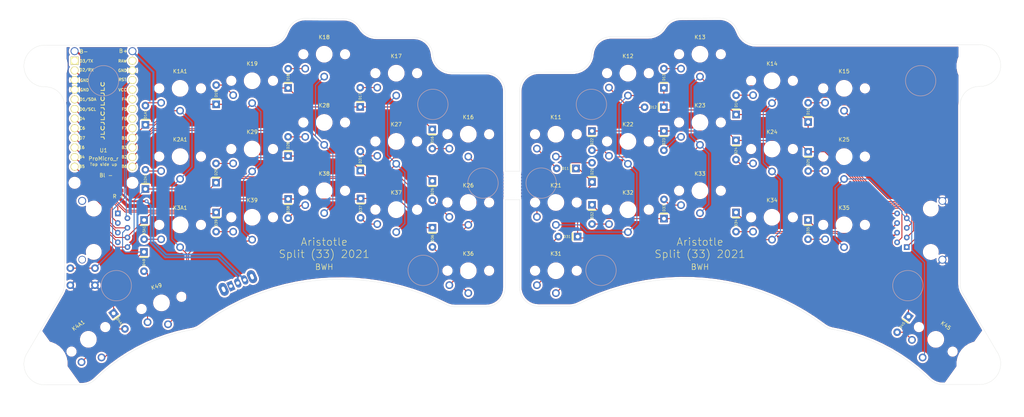
<source format=kicad_pcb>
(kicad_pcb (version 20171130) (host pcbnew "(5.1.9-0-10_14)")
  (title_block (title "Aristotle 33 Split") (date 2021-04-08) (rev 1.0) (company "Bennett Helm"))
  (layers (0 F.Cu signal) (31 B.Cu signal) (34 B.Paste user) (35 F.Paste user) (36 B.SilkS user) (37 F.SilkS user) (38 B.Mask user) (39 F.Mask user) (44 Edge.Cuts user))
  (net 0 "")
  (net 1 reset)
  (net 2 row1)
  (net 3 row2)
  (net 4 "Net-(D11-Pad2)")
  (net 5 "Net-(D12-Pad2)")
  (net 6 "Net-(D13-Pad2)")
  (net 7 "Net-(D14-Pad2)")
  (net 8 "Net-(D15-Pad2)")
  (net 9 "Net-(D17-Pad2)")
  (net 10 row3)
  (net 11 "Net-(D18-Pad2)")
  (net 12 "Net-(D19-Pad2)")
  (net 13 "Net-(D21-Pad2)")
  (net 14 "Net-(D22-Pad2)")
  (net 15 row11)
  (net 16 "Net-(D23-Pad2)")
  (net 17 "Net-(D24-Pad2)")
  (net 18 "Net-(D25-Pad2)")
  (net 19 "Net-(D26-Pad2)")
  (net 20 "Net-(D27-Pad2)")
  (net 21 row12)
  (net 22 "Net-(D28-Pad2)")
  (net 23 "Net-(D29-Pad2)")
  (net 24 "Net-(D31-Pad2)")
  (net 25 row13)
  (net 26 "Net-(D32-Pad2)")
  (net 27 "Net-(D33-Pad2)")
  (net 28 "Net-(D34-Pad2)")
  (net 29 GND)
  (net 30 col8)
  (net 31 col7)
  (net 32 col6)
  (net 33 col5)
  (net 34 col1)
  (net 35 col2)
  (net 36 col3)
  (net 37 col4)
  (net 38 "Net-(D16-Pad2)")
  (net 39 "Net-(D35-Pad2)")
  (net 40 "Net-(D36-Pad2)")
  (net 41 "Net-(D37-Pad2)")
  (net 42 "Net-(D1A1-Pad2)")
  (net 43 "Net-(D2A1-Pad2)")
  (net 44 "Net-(D38-Pad2)")
  (net 45 "Net-(D39-Pad2)")
  (net 46 "Net-(D45-Pad2)")
  (net 47 "Net-(D3A1-Pad2)")
  (net 48 "Net-(D49-Pad2)")
  (net 49 "Net-(D4A1-Pad2)")
  (net 50 col13)
  (net 51 col12)
  (net 52 col11)
  (net 53 Bat-)
  (net 54 Bat+)
  (net 55 B+)
  (net 56 row10)
  (net 57 row0)
  (net 58 col0)
  (net 59 col10)
  (module Connector_PinHeader_2.54mm:PinHeader_1x02_P2.54mm_Vertical_SMD_Pin1Left (layer F.Cu) (at 71.14 115.68)
    (fp_text reference J3 hide)
    (fp_text value Conn_01x02_Male hide)
    (pad 1 smd rect (at -1.655 -1.27) (size 2.51 1) (layers F.Cu F.Paste F.Mask) (net 53 Bat-))
    (pad 2 smd rect (at 1.655 1.27) (size 2.51 1) (layers F.Cu F.Paste F.Mask) (net 54 Bat+))
  )
  (module MountingHole:MountingHole_6mm (layer F.Cu) (at 53.31 84.1)
    (fp_text reference H3 hide)
    (fp_text value MountingHole)
    (pad "" np_thru_hole circle (at 0 0) (size 6.1 6.1) (drill 6.1) (layers *.Cu *.Mask))
  )
  (module aristotle:ProMicro (layer F.Cu) (at 68.8 96.7 270)
    (fp_text reference U1 (at 9.652 0) (layer F.SilkS))
    (fp_text value ProMicro_r (at 11.834 0) (layer F.SilkS))
    (fp_text user RST (at -9 -5) (layer F.SilkS) (effects (font (size 0.75 0.75))))
    (fp_text user VCC (at -6.3 -5) (layer F.SilkS) (effects (font (size 0.75 0.75))))
    (fp_text user F6 (at 1.3 -5.5) (layer F.SilkS) (effects (font (size 0.75 0.75))))
    (fp_text user F4 (at -3.8 -5.5) (layer F.SilkS) (effects (font (size 0.75 0.75))))
    (fp_text user F7 (at 3.8 -5.5) (layer F.SilkS) (effects (font (size 0.75 0.75))))
    (fp_text user B6 (at 13.9 -5.5) (layer F.SilkS) (effects (font (size 0.75 0.75))))
    (fp_text user B3 (at 8.9 -5.5) (layer F.SilkS) (effects (font (size 0.75 0.75))))
    (fp_text user B1 (at 6.4 -5.5) (layer F.SilkS) (effects (font (size 0.75 0.75))))
    (fp_text user B2 (at 11.4 -5.5) (layer F.SilkS) (effects (font (size 0.75 0.75))))
    (fp_text user F5 (at -1.2 -5.5) (layer F.SilkS) (effects (font (size 0.75 0.75))))
    (fp_text user GND (at -11.4 -5) (layer F.SilkS) (effects (font (size 0.75 0.75))))
    (fp_text user RAW (at -13.9 -5) (layer F.SilkS) (effects (font (size 0.75 0.75))))
    (fp_text user B5 (at 13.9 5.7) (layer F.SilkS) (effects (font (size 0.75 0.75))))
    (fp_text user B4 (at 11.4 5.7) (layer F.SilkS) (effects (font (size 0.75 0.75))))
    (fp_text user E6 (at 8.9 5.7) (layer F.SilkS) (effects (font (size 0.75 0.75))))
    (fp_text user D7 (at 6.4 5.6) (layer F.SilkS) (effects (font (size 0.75 0.75))))
    (fp_text user C6 (at 3.8 5.6) (layer F.SilkS) (effects (font (size 0.75 0.75))))
    (fp_text user D4 (at 1.3 5.6) (layer F.SilkS) (effects (font (size 0.75 0.75))))
    (fp_text user D0/SCL (at -1.1684 4.1402) (layer F.SilkS) (effects (font (size 0.75 0.75))))
    (fp_text user D1/SDA (at -3.7846 4.0894) (layer F.SilkS) (effects (font (size 0.75 0.75))))
    (fp_text user GND (at -6.3 5) (layer F.SilkS) (effects (font (size 0.75 0.75))))
    (fp_text user GND (at -8.8 5) (layer F.SilkS) (effects (font (size 0.75 0.75))))
    (fp_text user D2/RX (at -11.557 4.4704) (layer F.SilkS) (effects (font (size 0.75 0.75))))
    (fp_text user D3/TX (at -13.9 4.5212) (layer F.SilkS) (effects (font (size 0.75 0.75))))
    (pad 1 thru_hole rect (at -13.97 7.62 270) (size 2.1 2.1) (drill 1.6) (layers *.Cu *.Mask F.SilkS))
    (pad 2 thru_hole circle (at -11.43 7.62 270) (size 2.1 2.1) (drill 1.6) (layers *.Cu *.Mask F.SilkS) (net 31 col7))
    (pad 3 thru_hole circle (at -8.89 7.62 270) (size 2.1 2.1) (drill 1.6) (layers *.Cu *.Mask F.SilkS) (net 29 GND))
    (pad 4 thru_hole circle (at -6.35 7.62 270) (size 2.1 2.1) (drill 1.6) (layers *.Cu *.Mask F.SilkS) (net 29 GND))
    (pad 5 thru_hole circle (at -3.81 7.62 270) (size 2.1 2.1) (drill 1.6) (layers *.Cu *.Mask F.SilkS) (net 30 col8))
    (pad 6 thru_hole circle (at -1.27 7.62 270) (size 2.1 2.1) (drill 1.6) (layers *.Cu *.Mask F.SilkS) (net 58 col0))
    (pad 7 thru_hole circle (at 1.27 7.62 270) (size 2.1 2.1) (drill 1.6) (layers *.Cu *.Mask F.SilkS) (net 34 col1))
    (pad 8 thru_hole circle (at 3.81 7.62 270) (size 2.1 2.1) (drill 1.6) (layers *.Cu *.Mask F.SilkS) (net 10 row3))
    (pad 9 thru_hole circle (at 6.35 7.62 270) (size 2.1 2.1) (drill 1.6) (layers *.Cu *.Mask F.SilkS) (net 35 col2))
    (pad 10 thru_hole circle (at 8.89 7.62 270) (size 2.1 2.1) (drill 1.6) (layers *.Cu *.Mask F.SilkS) (net 3 row2))
    (pad 11 thru_hole circle (at 11.43 7.62 270) (size 2.1 2.1) (drill 1.6) (layers *.Cu *.Mask F.SilkS) (net 36 col3))
    (pad 12 thru_hole circle (at 13.97 7.62 270) (size 2.1 2.1) (drill 1.6) (layers *.Cu *.Mask F.SilkS) (net 2 row1))
    (pad 13 thru_hole circle (at 13.97 -7.62 270) (size 2.1 2.1) (drill 1.6) (layers *.Cu *.Mask F.SilkS) (net 32 col6))
    (pad 14 thru_hole circle (at 11.43 -7.62 270) (size 2.1 2.1) (drill 1.6) (layers *.Cu *.Mask F.SilkS) (net 33 col5))
    (pad 15 thru_hole circle (at 8.89 -7.62 270) (size 2.1 2.1) (drill 1.6) (layers *.Cu *.Mask F.SilkS) (net 37 col4))
    (pad 16 thru_hole circle (at 6.35 -7.62 270) (size 2.1 2.1) (drill 1.6) (layers *.Cu *.Mask F.SilkS) (net 57 row0))
    (pad 17 thru_hole circle (at 3.81 -7.62 270) (size 2.1 2.1) (drill 1.6) (layers *.Cu *.Mask F.SilkS))
    (pad 18 thru_hole circle (at 1.27 -7.62 270) (size 2.1 2.1) (drill 1.6) (layers *.Cu *.Mask F.SilkS))
    (pad 19 thru_hole circle (at -1.27 -7.62 270) (size 2.1 2.1) (drill 1.6) (layers *.Cu *.Mask F.SilkS))
    (pad 20 thru_hole circle (at -3.81 -7.62 270) (size 2.1 2.1) (drill 1.6) (layers *.Cu *.Mask F.SilkS))
    (pad 21 thru_hole circle (at -6.35 -7.62 270) (size 2.1 2.1) (drill 1.6) (layers *.Cu *.Mask F.SilkS))
    (pad 22 thru_hole circle (at -8.89 -7.62 270) (size 2.1 2.1) (drill 1.6) (layers *.Cu *.Mask F.SilkS) (net 1 reset))
    (pad 23 thru_hole circle (at -11.43 -7.62 270) (size 2.1 2.1) (drill 1.6) (layers *.Cu *.Mask F.SilkS) (net 29 GND))
    (pad 24 thru_hole circle (at -13.97 -7.62 270) (size 2.1 2.1) (drill 1.6) (layers *.Cu *.Mask F.SilkS))
  )
  (module Connector_PinHeader_2.54mm:PinHeader_1x01_P2.54mm_Vertical (layer F.Cu) (at 61.17 80.185)
    (fp_text reference H8 hide)
    (fp_text value B- (at 2.43 0.1 unlocked) (layer F.SilkS))
    (pad 1 thru_hole circle (at 0 0.01) (size 2.1 2.1) (drill 1.6) (layers *.Cu *.Mask) (net 53 Bat-))
  )
  (module Connector_PinHeader_2.54mm:PinHeader_1x01_P2.54mm_Vertical (layer F.Cu) (at 76.42 80.195)
    (fp_text reference H6 hide)
    (fp_text value B+ (at -2.39 -0.05 180) (layer F.SilkS))
    (pad 1 thru_hole circle (at 0 0) (size 2.1 2.1) (drill 1.6) (layers *.Cu *.Mask) (net 55 B+))
  )
  (module MountingHole:MountingHole_2.2mm_M2 (layer F.Cu) (at 61.18 114.91)
    (fp_text reference 1 hide)
    (fp_text value MountingHole_2.2mm_M2)
    (pad 1 np_thru_hole circle (at 0 0) (size 2.2 2.2) (drill 2.2) (layers *.Cu *.Mask))
  )
  (module MountingHole:MountingHole_2.2mm_M2 (layer F.Cu) (at 76.42 114.91)
    (fp_text reference 2 hide)
    (fp_text value MountingHole_2.2mm_M2)
    (pad 1 np_thru_hole circle (at 0 0) (size 2.2 2.2) (drill 2.2) (layers *.Cu *.Mask))
  )
  (module aristotle:D_T-1_P5.08mm_Horizontal-NO_B.SILK (layer F.Cu) (at 136.52 111.69 90)
    (fp_text reference D27 hide)
    (fp_text value 1N4148)
    (fp_text user %R (at 2.78 0 90) (layer F.SilkS) (effects (font (size 0.64 0.64) (thickness 0.096))))
    (pad 2 thru_hole oval (at 5.08 0 90) (size 2 2) (drill 1) (layers *.Cu *.Mask) (net 20 "Net-(D27-Pad2)"))
    (pad 1 thru_hole rect (at 0 0 90) (size 2 2) (drill 1) (layers *.Cu *.Mask) (net 2 row1))
  )
  (module aristotle:D_T-1_P5.08mm_Horizontal-NO_B.SILK (layer F.Cu) (at 155.52 114.41 270)
    (fp_text reference D26 hide)
    (fp_text value 1N4148)
    (fp_text user %R (at 2.78 0 90) (layer F.SilkS) (effects (font (size 0.64 0.64) (thickness 0.096))))
    (pad 2 thru_hole oval (at 5.08 0 270) (size 2 2) (drill 1) (layers *.Cu *.Mask) (net 19 "Net-(D26-Pad2)"))
    (pad 1 thru_hole rect (at 0 0 270) (size 2 2) (drill 1) (layers *.Cu *.Mask) (net 2 row1))
  )
  (module aristotle:D_T-1_P5.08mm_Horizontal-NO_B.SILK (layer F.Cu) (at 79.51 124.72 270)
    (fp_text reference D3A1 hide)
    (fp_text value 1N4148)
    (fp_text user %R (at 2.78 0 90) (layer F.SilkS) (effects (font (size 0.64 0.64) (thickness 0.096))))
    (pad 2 thru_hole oval (at 5.08 0 270) (size 2 2) (drill 1) (layers *.Cu *.Mask) (net 47 "Net-(D3A1-Pad2)"))
    (pad 1 thru_hole rect (at 0 0 270) (size 2 2) (drill 1) (layers *.Cu *.Mask) (net 3 row2))
  )
  (module aristotle:D_T-1_P5.08mm_Horizontal-NO_B.SILK (layer F.Cu) (at 98.5 122.72 270)
    (fp_text reference D39 hide)
    (fp_text value 1N4148)
    (fp_text user %R (at 2.78 0 90) (layer F.SilkS) (effects (font (size 0.64 0.64) (thickness 0.096))))
    (pad 2 thru_hole oval (at 5.08 0 270) (size 2 2) (drill 1) (layers *.Cu *.Mask) (net 45 "Net-(D39-Pad2)"))
    (pad 1 thru_hole rect (at 0 0 270) (size 2 2) (drill 1) (layers *.Cu *.Mask) (net 3 row2))
  )
  (module aristotle:D_T-1_P5.08mm_Horizontal-NO_B.SILK (layer F.Cu) (at 117.5 119.17 270)
    (fp_text reference D38 hide)
    (fp_text value 1N4148)
    (fp_text user %R (at 2.78 0 90) (layer F.SilkS) (effects (font (size 0.64 0.64) (thickness 0.096))))
    (pad 2 thru_hole oval (at 5.08 0 270) (size 2 2) (drill 1) (layers *.Cu *.Mask) (net 44 "Net-(D38-Pad2)"))
    (pad 1 thru_hole rect (at 0 0 270) (size 2 2) (drill 1) (layers *.Cu *.Mask) (net 3 row2))
  )
  (module aristotle:D_T-1_P5.08mm_Horizontal-NO_B.SILK (layer F.Cu) (at 136.6 119.05 270)
    (fp_text reference D37 hide)
    (fp_text value 1N4148)
    (fp_text user %R (at 2.78 0 90) (layer F.SilkS) (effects (font (size 0.64 0.64) (thickness 0.096))))
    (pad 2 thru_hole oval (at 5.08 0 270) (size 2 2) (drill 1) (layers *.Cu *.Mask) (net 41 "Net-(D37-Pad2)"))
    (pad 1 thru_hole rect (at 0 0 270) (size 2 2) (drill 1) (layers *.Cu *.Mask) (net 3 row2))
  )
  (module aristotle:D_T-1_P5.08mm_Horizontal-NO_B.SILK (layer F.Cu) (at 155.54 126.76 270)
    (fp_text reference D36 hide)
    (fp_text value 1N4148)
    (fp_text user %R (at 2.78 0 90) (layer F.SilkS) (effects (font (size 0.64 0.64) (thickness 0.096))))
    (pad 2 thru_hole oval (at 5.08 0 270) (size 2 2) (drill 1) (layers *.Cu *.Mask) (net 40 "Net-(D36-Pad2)"))
    (pad 1 thru_hole rect (at 0 0 270) (size 2 2) (drill 1) (layers *.Cu *.Mask) (net 3 row2))
  )
  (module aristotle:D_T-1_P5.08mm_Horizontal-NO_B.SILK (layer F.Cu) (at 79.47 133.15 270)
    (fp_text reference D49 hide)
    (fp_text value 1N4148)
    (fp_text user %R (at 2.78 0 90) (layer F.SilkS) (effects (font (size 0.64 0.64) (thickness 0.096))))
    (pad 2 thru_hole oval (at 5.08 0 270) (size 2 2) (drill 1) (layers *.Cu *.Mask) (net 48 "Net-(D49-Pad2)"))
    (pad 1 thru_hole rect (at 0 0 270) (size 2 2) (drill 1) (layers *.Cu *.Mask) (net 10 row3))
  )
  (module aristotle:D_T-1_P5.08mm_Horizontal-NO_B.SILK (layer F.Cu) (at 71.46 149.335 306)
    (fp_text reference D4A1 hide)
    (fp_text value 1N4148)
    (fp_text user %R (at 2.78 0 126) (layer F.SilkS) (effects (font (size 0.64 0.64) (thickness 0.096))))
    (pad 2 thru_hole oval (at 5.08 0 306) (size 2 2) (drill 1) (layers *.Cu *.Mask) (net 49 "Net-(D4A1-Pad2)"))
    (pad 1 thru_hole rect (at 0 0 306) (size 2 2) (drill 1) (layers *.Cu *.Mask) (net 10 row3))
  )
  (module aristotle:D_T-1_P5.08mm_Horizontal-NO_B.SILK (layer F.Cu) (at 79.85 99.62 90)
    (fp_text reference D1A1 hide)
    (fp_text value 1N4148)
    (fp_text user %R (at 2.78 0 90) (layer F.SilkS) (effects (font (size 0.64 0.64) (thickness 0.096))))
    (pad 2 thru_hole oval (at 5.08 0 90) (size 2 2) (drill 1) (layers *.Cu *.Mask) (net 42 "Net-(D1A1-Pad2)"))
    (pad 1 thru_hole rect (at 0 0 90) (size 2 2) (drill 1) (layers *.Cu *.Mask) (net 57 row0))
  )
  (module aristotle:D_T-1_P5.08mm_Horizontal-NO_B.SILK (layer F.Cu) (at 98.51 94.21 90)
    (fp_text reference D19 hide)
    (fp_text value 1N4148)
    (fp_text user %R (at 2.78 0 90) (layer F.SilkS) (effects (font (size 0.64 0.64) (thickness 0.096))))
    (pad 2 thru_hole oval (at 5.08 0 90) (size 2 2) (drill 1) (layers *.Cu *.Mask) (net 12 "Net-(D19-Pad2)"))
    (pad 1 thru_hole rect (at 0 0 90) (size 2 2) (drill 1) (layers *.Cu *.Mask) (net 57 row0))
  )
  (module aristotle:D_T-1_P5.08mm_Horizontal-NO_B.SILK (layer F.Cu) (at 117.5 89.9 90)
    (fp_text reference D18 hide)
    (fp_text value 1N4148)
    (fp_text user %R (at 2.78 0 90) (layer F.SilkS) (effects (font (size 0.64 0.64) (thickness 0.096))))
    (pad 2 thru_hole oval (at 5.08 0 90) (size 2 2) (drill 1) (layers *.Cu *.Mask) (net 11 "Net-(D18-Pad2)"))
    (pad 1 thru_hole rect (at 0 0 90) (size 2 2) (drill 1) (layers *.Cu *.Mask) (net 57 row0))
  )
  (module aristotle:D_T-1_P5.08mm_Horizontal-NO_B.SILK (layer F.Cu) (at 136.5 94.9 90)
    (fp_text reference D17 hide)
    (fp_text value 1N4148)
    (fp_text user %R (at 2.78 0 90) (layer F.SilkS) (effects (font (size 0.64 0.64) (thickness 0.096))))
    (pad 2 thru_hole oval (at 5.08 0 90) (size 2 2) (drill 1) (layers *.Cu *.Mask) (net 9 "Net-(D17-Pad2)"))
    (pad 1 thru_hole rect (at 0 0 90) (size 2 2) (drill 1) (layers *.Cu *.Mask) (net 57 row0))
  )
  (module aristotle:D_T-1_P5.08mm_Horizontal-NO_B.SILK (layer F.Cu) (at 155.5 100.82 270)
    (fp_text reference D16 hide)
    (fp_text value 1N4148)
    (fp_text user %R (at 2.78 0 90) (layer F.SilkS) (effects (font (size 0.64 0.64) (thickness 0.096))))
    (pad 2 thru_hole oval (at 5.08 0 270) (size 2 2) (drill 1) (layers *.Cu *.Mask) (net 38 "Net-(D16-Pad2)"))
    (pad 1 thru_hole rect (at 0 0 270) (size 2 2) (drill 1) (layers *.Cu *.Mask) (net 57 row0))
  )
  (module aristotle:D_T-1_P5.08mm_Horizontal-NO_B.SILK (layer F.Cu) (at 79.85 116.54 90)
    (fp_text reference D2A1 hide)
    (fp_text value 1N4148)
    (fp_text user %R (at 2.78 0 90) (layer F.SilkS) (effects (font (size 0.64 0.64) (thickness 0.096))))
    (pad 2 thru_hole oval (at 5.08 0 90) (size 2 2) (drill 1) (layers *.Cu *.Mask) (net 43 "Net-(D2A1-Pad2)"))
    (pad 1 thru_hole rect (at 0 0 90) (size 2 2) (drill 1) (layers *.Cu *.Mask) (net 2 row1))
  )
  (module aristotle:D_T-1_P5.08mm_Horizontal-NO_B.SILK (layer F.Cu) (at 98.47 114.88 90)
    (fp_text reference D29 hide)
    (fp_text value 1N4148)
    (fp_text user %R (at 2.78 0 90) (layer F.SilkS) (effects (font (size 0.64 0.64) (thickness 0.096))))
    (pad 2 thru_hole oval (at 5.08 0 90) (size 2 2) (drill 1) (layers *.Cu *.Mask) (net 23 "Net-(D29-Pad2)"))
    (pad 1 thru_hole rect (at 0 0 90) (size 2 2) (drill 1) (layers *.Cu *.Mask) (net 2 row1))
  )
  (module aristotle:D_T-1_P5.08mm_Horizontal-NO_B.SILK (layer F.Cu) (at 117.48 107.86 90)
    (fp_text reference D28 hide)
    (fp_text value 1N4148)
    (fp_text user %R (at 2.78 0 90) (layer F.SilkS) (effects (font (size 0.64 0.64) (thickness 0.096))))
    (pad 2 thru_hole oval (at 5.08 0 90) (size 2 2) (drill 1) (layers *.Cu *.Mask) (net 22 "Net-(D28-Pad2)"))
    (pad 1 thru_hole rect (at 0 0 90) (size 2 2) (drill 1) (layers *.Cu *.Mask) (net 2 row1))
  )
  (module aristotle:D_T-1_P5.08mm_Horizontal-NO_B.SILK (layer F.Cu) (at 193.4 111.12 180)
    (fp_text reference D11 hide)
    (fp_text value 1N4148)
    (fp_text user %R (at 2.78 0) (layer F.SilkS) (effects (font (size 0.64 0.64) (thickness 0.096))))
    (pad 2 thru_hole oval (at 5.08 0 180) (size 2 2) (drill 1) (layers *.Cu *.Mask) (net 4 "Net-(D11-Pad2)"))
    (pad 1 thru_hole rect (at 0 0 180) (size 2 2) (drill 1) (layers *.Cu *.Mask) (net 25 row13))
  )
  (module aristotle:D_T-1_P5.08mm_Horizontal-NO_B.SILK (layer F.Cu) (at 216.57 94.98 180)
    (fp_text reference D12 hide)
    (fp_text value 1N4148)
    (fp_text user %R (at 2.78 0) (layer F.SilkS) (effects (font (size 0.64 0.64) (thickness 0.096))))
    (pad 2 thru_hole oval (at 5.08 0 180) (size 2 2) (drill 1) (layers *.Cu *.Mask) (net 5 "Net-(D12-Pad2)"))
    (pad 1 thru_hole rect (at 0 0 180) (size 2 2) (drill 1) (layers *.Cu *.Mask) (net 56 row10))
  )
  (module aristotle:D_T-1_P5.08mm_Horizontal-NO_B.SILK (layer F.Cu) (at 216.58 89.88 90)
    (fp_text reference D13 hide)
    (fp_text value 1N4148)
    (fp_text user %R (at 2.78 0 90) (layer F.SilkS) (effects (font (size 0.64 0.64) (thickness 0.096))))
    (pad 2 thru_hole oval (at 5.08 0 90) (size 2 2) (drill 1) (layers *.Cu *.Mask) (net 6 "Net-(D13-Pad2)"))
    (pad 1 thru_hole rect (at 0 0 90) (size 2 2) (drill 1) (layers *.Cu *.Mask) (net 56 row10))
  )
  (module aristotle:D_T-1_P5.08mm_Horizontal-NO_B.SILK (layer F.Cu) (at 235.63 96.91 90)
    (fp_text reference D14 hide)
    (fp_text value 1N4148)
    (fp_text user %R (at 2.78 0 90) (layer F.SilkS) (effects (font (size 0.64 0.64) (thickness 0.096))))
    (pad 2 thru_hole oval (at 5.08 0 90) (size 2 2) (drill 1) (layers *.Cu *.Mask) (net 7 "Net-(D14-Pad2)"))
    (pad 1 thru_hole rect (at 0 0 90) (size 2 2) (drill 1) (layers *.Cu *.Mask) (net 56 row10))
  )
  (module aristotle:D_T-1_P5.08mm_Horizontal-NO_B.SILK (layer F.Cu) (at 254.63 98.89 90)
    (fp_text reference D15 hide)
    (fp_text value 1N4148)
    (fp_text user %R (at 2.78 0 90) (layer F.SilkS) (effects (font (size 0.64 0.64) (thickness 0.096))))
    (pad 2 thru_hole oval (at 5.08 0 90) (size 2 2) (drill 1) (layers *.Cu *.Mask) (net 8 "Net-(D15-Pad2)"))
    (pad 1 thru_hole rect (at 0 0 90) (size 2 2) (drill 1) (layers *.Cu *.Mask) (net 56 row10))
  )
  (module aristotle:D_T-1_P5.08mm_Horizontal-NO_B.SILK (layer F.Cu) (at 197.63 114.7 90)
    (fp_text reference D21 hide)
    (fp_text value 1N4148)
    (fp_text user %R (at 2.78 0 90) (layer F.SilkS) (effects (font (size 0.64 0.64) (thickness 0.096))))
    (pad 2 thru_hole oval (at 5.08 0 90) (size 2 2) (drill 1) (layers *.Cu *.Mask) (net 13 "Net-(D21-Pad2)"))
    (pad 1 thru_hole rect (at 0 0 90) (size 2 2) (drill 1) (layers *.Cu *.Mask) (net 25 row13))
  )
  (module aristotle:D_T-1_P5.08mm_Horizontal-NO_B.SILK (layer F.Cu) (at 197.61 101.25 270)
    (fp_text reference D22 hide)
    (fp_text value 1N4148)
    (fp_text user %R (at 2.78 0 90) (layer F.SilkS) (effects (font (size 0.64 0.64) (thickness 0.096))))
    (pad 2 thru_hole oval (at 5.08 0 270) (size 2 2) (drill 1) (layers *.Cu *.Mask) (net 14 "Net-(D22-Pad2)"))
    (pad 1 thru_hole rect (at 0 0 270) (size 2 2) (drill 1) (layers *.Cu *.Mask) (net 15 row11))
  )
  (module aristotle:D_T-1_P5.08mm_Horizontal-NO_B.SILK (layer F.Cu) (at 216.58 101.25 270)
    (fp_text reference D23 hide)
    (fp_text value 1N4148)
    (fp_text user %R (at 2.78 0 90) (layer F.SilkS) (effects (font (size 0.64 0.64) (thickness 0.096))))
    (pad 2 thru_hole oval (at 5.08 0 270) (size 2 2) (drill 1) (layers *.Cu *.Mask) (net 16 "Net-(D23-Pad2)"))
    (pad 1 thru_hole rect (at 0 0 270) (size 2 2) (drill 1) (layers *.Cu *.Mask) (net 15 row11))
  )
  (module aristotle:D_T-1_P5.08mm_Horizontal-NO_B.SILK (layer F.Cu) (at 235.59 103.71 270)
    (fp_text reference D24 hide)
    (fp_text value 1N4148)
    (fp_text user %R (at 2.78 0 90) (layer F.SilkS) (effects (font (size 0.64 0.64) (thickness 0.096))))
    (pad 2 thru_hole oval (at 5.08 0 270) (size 2 2) (drill 1) (layers *.Cu *.Mask) (net 17 "Net-(D24-Pad2)"))
    (pad 1 thru_hole rect (at 0 0 270) (size 2 2) (drill 1) (layers *.Cu *.Mask) (net 15 row11))
  )
  (module aristotle:D_T-1_P5.08mm_Horizontal-NO_B.SILK (layer F.Cu) (at 254.64 106.72 270)
    (fp_text reference D25 hide)
    (fp_text value 1N4148)
    (fp_text user %R (at 2.78 0 90) (layer F.SilkS) (effects (font (size 0.64 0.64) (thickness 0.096))))
    (pad 2 thru_hole oval (at 5.08 0 270) (size 2 2) (drill 1) (layers *.Cu *.Mask) (net 18 "Net-(D25-Pad2)"))
    (pad 1 thru_hole rect (at 0 0 270) (size 2 2) (drill 1) (layers *.Cu *.Mask) (net 15 row11))
  )
  (module aristotle:D_T-1_P5.08mm_Horizontal-NO_B.SILK (layer F.Cu) (at 193.84 129.1 180)
    (fp_text reference D31 hide)
    (fp_text value 1N4148)
    (fp_text user %R (at 2.78 0) (layer F.SilkS) (effects (font (size 0.64 0.64) (thickness 0.096))))
    (pad 2 thru_hole oval (at 5.08 0 180) (size 2 2) (drill 1) (layers *.Cu *.Mask) (net 24 "Net-(D31-Pad2)"))
    (pad 1 thru_hole rect (at 0 0 180) (size 2 2) (drill 1) (layers *.Cu *.Mask) (net 25 row13))
  )
  (module aristotle:D_T-1_P5.08mm_Horizontal-NO_B.SILK (layer F.Cu) (at 197.63 120.71 270)
    (fp_text reference D32 hide)
    (fp_text value 1N4148)
    (fp_text user %R (at 2.78 0 90) (layer F.SilkS) (effects (font (size 0.64 0.64) (thickness 0.096))))
    (pad 2 thru_hole oval (at 5.08 0 270) (size 2 2) (drill 1) (layers *.Cu *.Mask) (net 26 "Net-(D32-Pad2)"))
    (pad 1 thru_hole rect (at 0 0 270) (size 2 2) (drill 1) (layers *.Cu *.Mask) (net 21 row12))
  )
  (module aristotle:D_T-1_P5.08mm_Horizontal-NO_B.SILK (layer F.Cu) (at 216.61 124.36 90)
    (fp_text reference D33 hide)
    (fp_text value 1N4148)
    (fp_text user %R (at 2.78 0 90) (layer F.SilkS) (effects (font (size 0.64 0.64) (thickness 0.096))))
    (pad 2 thru_hole oval (at 5.08 0 90) (size 2 2) (drill 1) (layers *.Cu *.Mask) (net 27 "Net-(D33-Pad2)"))
    (pad 1 thru_hole rect (at 0 0 90) (size 2 2) (drill 1) (layers *.Cu *.Mask) (net 21 row12))
  )
  (module aristotle:D_T-1_P5.08mm_Horizontal-NO_B.SILK (layer F.Cu) (at 235.61 122.72 270)
    (fp_text reference D34 hide)
    (fp_text value 1N4148)
    (fp_text user %R (at 2.78 0 90) (layer F.SilkS) (effects (font (size 0.64 0.64) (thickness 0.096))))
    (pad 2 thru_hole oval (at 5.08 0 270) (size 2 2) (drill 1) (layers *.Cu *.Mask) (net 28 "Net-(D34-Pad2)"))
    (pad 1 thru_hole rect (at 0 0 270) (size 2 2) (drill 1) (layers *.Cu *.Mask) (net 21 row12))
  )
  (module aristotle:D_T-1_P5.08mm_Horizontal-NO_B.SILK (layer F.Cu) (at 254.6 124.72 270)
    (fp_text reference D35 hide)
    (fp_text value 1N4148)
    (fp_text user %R (at 2.78 0 90) (layer F.SilkS) (effects (font (size 0.64 0.64) (thickness 0.096))))
    (pad 2 thru_hole oval (at 5.08 0 270) (size 2 2) (drill 1) (layers *.Cu *.Mask) (net 39 "Net-(D35-Pad2)"))
    (pad 1 thru_hole rect (at 0 0 270) (size 2 2) (drill 1) (layers *.Cu *.Mask) (net 21 row12))
  )
  (module aristotle:D_T-1_P5.08mm_Horizontal-NO_B.SILK (layer F.Cu) (at 281.09 150.21 234)
    (fp_text reference D45 hide)
    (fp_text value 1N4148)
    (fp_text user %R (at 2.78 0 54) (layer F.SilkS) (effects (font (size 0.64 0.64) (thickness 0.096))))
    (pad 2 thru_hole oval (at 5.08 0 234) (size 2 2) (drill 1) (layers *.Cu *.Mask) (net 46 "Net-(D45-Pad2)"))
    (pad 1 thru_hole rect (at 0 0 234) (size 2 2) (drill 1) (layers *.Cu *.Mask) (net 25 row13))
  )
  (module Button_Switch_THT:SW_PUSH_6mm (layer F.Cu) (at 60.05 137.42)
    (fp_text reference RESET1 hide)
    (fp_text value ~)
    (pad 1 thru_hole circle (at 6.5 0 90) (size 2 2) (drill 1.1) (layers *.Cu *.Mask) (net 1 reset))
    (pad 2 thru_hole circle (at 6.5 4.5 90) (size 2 2) (drill 1.1) (layers *.Cu *.Mask) (net 29 GND))
    (pad 1 thru_hole circle (at 0 0 90) (size 2 2) (drill 1.1) (layers *.Cu *.Mask) (net 1 reset))
    (pad 2 thru_hole circle (at 0 4.5 90) (size 2 2) (drill 1.1) (layers *.Cu *.Mask) (net 29 GND))
  )
  (module Button_Switch_THT:SW_CuK_OS102011MA1QN1_SPDT_Angled (layer F.Cu) (at 102.38 142.15 24)
    (fp_text reference SW1 hide)
    (fp_text value SW_SPDT)
    (pad "" thru_hole oval (at 6.1 -0.000001 24) (size 2.2 3.5) (drill oval 0.8 1.5) (layers *.Cu *.Mask))
    (pad "" thru_hole oval (at -2.1 0 24) (size 2.2 3.5) (drill oval 0.8 1.5) (layers *.Cu *.Mask))
    (pad 3 thru_hole oval (at 4 0 24) (size 1.5 2.5) (drill 0.9) (layers *.Cu *.Mask) (net 55 B+))
    (pad 2 thru_hole oval (at 2 0 24) (size 1.5 2.5) (drill 0.9) (layers *.Cu *.Mask) (net 54 Bat+))
    (pad 1 thru_hole rect (at 0 0 24) (size 1.5 2.5) (drill 0.9) (layers *.Cu *.Mask))
  )
  (module aristotle:RJ45_Amphenol_54602-x08_Horizontal (layer F.Cu) (at 280.63 131.88 90)
    (fp_text reference J2 hide)
    (fp_text value 8P8C)
    (pad "" np_thru_hole circle (at 10.16 6.35 90) (size 3.2 3.2) (drill 3.2) (layers *.Cu *.Mask))
    (pad "" np_thru_hole circle (at -1.27 6.35 90) (size 3.2 3.2) (drill 3.2) (layers *.Cu *.Mask))
    (pad 1 thru_hole rect (at 0 0 90) (size 1.5 1.5) (drill 0.76) (layers *.Cu *.Mask) (net 59 col10))
    (pad 2 thru_hole circle (at 1.27 -2.54 90) (size 1.5 1.5) (drill 0.76) (layers *.Cu *.Mask) (net 56 row10))
    (pad 3 thru_hole circle (at 2.54 0 90) (size 1.5 1.5) (drill 0.76) (layers *.Cu *.Mask) (net 52 col11))
    (pad 4 thru_hole circle (at 3.81 -2.54 90) (size 1.5 1.5) (drill 0.76) (layers *.Cu *.Mask) (net 25 row13))
    (pad 5 thru_hole circle (at 5.08 0 90) (size 1.5 1.5) (drill 0.76) (layers *.Cu *.Mask) (net 51 col12))
    (pad 6 thru_hole circle (at 6.35 -2.54 90) (size 1.5 1.5) (drill 0.76) (layers *.Cu *.Mask) (net 21 row12))
    (pad 7 thru_hole circle (at 7.62 0 90) (size 1.5 1.5) (drill 0.76) (layers *.Cu *.Mask) (net 50 col13))
    (pad 8 thru_hole circle (at 8.89 -2.54 90) (size 1.5 1.5) (drill 0.76) (layers *.Cu *.Mask) (net 15 row11))
    (pad "" thru_hole circle (at -3.305 9.398 90) (size 2.1 2.1) (drill 1.6) (layers *.Cu *.Mask) (net 29 GND))
    (pad "" thru_hole circle (at 12.195 9.398 90) (size 2 2) (drill 1.6) (layers *.Cu *.Mask) (net 29 GND))
  )
  (module aristotle:RJ45_Amphenol_54602-x08_Horizontal (layer F.Cu) (at 72.5662 122.9774 270)
    (fp_text reference J1 hide)
    (fp_text value 8P8C)
    (pad "" np_thru_hole circle (at 10.16 6.35 270) (size 3.2 3.2) (drill 3.2) (layers *.Cu *.Mask))
    (pad "" np_thru_hole circle (at -1.27 6.35 270) (size 3.2 3.2) (drill 3.2) (layers *.Cu *.Mask))
    (pad 1 thru_hole rect (at 0 0 270) (size 1.5 1.5) (drill 0.76) (layers *.Cu *.Mask) (net 58 col0))
    (pad 2 thru_hole circle (at 1.27 -2.54 270) (size 1.5 1.5) (drill 0.76) (layers *.Cu *.Mask) (net 57 row0))
    (pad 3 thru_hole circle (at 2.54 0 270) (size 1.5 1.5) (drill 0.76) (layers *.Cu *.Mask) (net 34 col1))
    (pad 4 thru_hole circle (at 3.81 -2.54 270) (size 1.5 1.5) (drill 0.76) (layers *.Cu *.Mask) (net 10 row3))
    (pad 5 thru_hole circle (at 5.08 0 270) (size 1.5 1.5) (drill 0.76) (layers *.Cu *.Mask) (net 35 col2))
    (pad 6 thru_hole circle (at 6.35 -2.54 270) (size 1.5 1.5) (drill 0.76) (layers *.Cu *.Mask) (net 3 row2))
    (pad 7 thru_hole circle (at 7.62 0 270) (size 1.5 1.5) (drill 0.76) (layers *.Cu *.Mask) (net 36 col3))
    (pad 8 thru_hole circle (at 8.89 -2.54 270) (size 1.5 1.5) (drill 0.76) (layers *.Cu *.Mask) (net 2 row1))
    (pad "" thru_hole circle (at -3.305 9.398 270) (size 2.1 2.1) (drill 1.6) (layers *.Cu *.Mask))
    (pad "" thru_hole circle (at 12.195 9.398 270) (size 2 2) (drill 1.6) (layers *.Cu *.Mask))
  )
  (module aristotle:Stamp_Holes_7.5mm (layer F.Cu) (at 178.21 115.585 270)
    (fp_text reference breakaway hide)
    (fp_text value Stamp_Holes_7.5mm)
    (pad "" np_thru_hole circle (at 3.3 0.01 270) (size 0.6 0.6) (drill 0.6) (layers *.Cu *.Mask))
    (pad "" np_thru_hole circle (at -3.3 0 270) (size 0.6 0.6) (drill 0.6) (layers *.Cu *.Mask))
    (pad "" np_thru_hole circle (at 2.475 0 270) (size 0.6 0.6) (drill 0.6) (layers *.Cu *.Mask))
    (pad "" np_thru_hole circle (at 0 0 270) (size 0.6 0.6) (drill 0.6) (layers *.Cu *.Mask))
    (pad "" np_thru_hole circle (at -0.825 0 270) (size 0.6 0.6) (drill 0.6) (layers *.Cu *.Mask))
    (pad "" np_thru_hole circle (at -1.65 0 270) (size 0.6 0.6) (drill 0.6) (layers *.Cu *.Mask))
    (pad "" np_thru_hole circle (at -2.475 0 270) (size 0.6 0.6) (drill 0.6) (layers *.Cu *.Mask))
    (pad "" np_thru_hole circle (at 0.825 0 270) (size 0.6 0.6) (drill 0.6) (layers *.Cu *.Mask))
    (pad "" np_thru_hole circle (at 1.65 0 270) (size 0.6 0.6) (drill 0.6) (layers *.Cu *.Mask))
  )
  (module aristotle:Stamp_Holes_7.5mm (layer F.Cu) (at 175.01 115.59 270)
    (fp_text reference breakaway hide)
    (fp_text value Stamp_Holes_7.5mm)
    (pad "" np_thru_hole circle (at 3.3 0.01 270) (size 0.6 0.6) (drill 0.6) (layers *.Cu *.Mask))
    (pad "" np_thru_hole circle (at -3.3 0 270) (size 0.6 0.6) (drill 0.6) (layers *.Cu *.Mask))
    (pad "" np_thru_hole circle (at 2.475 0 270) (size 0.6 0.6) (drill 0.6) (layers *.Cu *.Mask))
    (pad "" np_thru_hole circle (at 0 0 270) (size 0.6 0.6) (drill 0.6) (layers *.Cu *.Mask))
    (pad "" np_thru_hole circle (at -0.825 0 270) (size 0.6 0.6) (drill 0.6) (layers *.Cu *.Mask))
    (pad "" np_thru_hole circle (at -1.65 0 270) (size 0.6 0.6) (drill 0.6) (layers *.Cu *.Mask))
    (pad "" np_thru_hole circle (at -2.475 0 270) (size 0.6 0.6) (drill 0.6) (layers *.Cu *.Mask))
    (pad "" np_thru_hole circle (at 0.825 0 270) (size 0.6 0.6) (drill 0.6) (layers *.Cu *.Mask))
    (pad "" np_thru_hole circle (at 1.65 0 270) (size 0.6 0.6) (drill 0.6) (layers *.Cu *.Mask))
  )
  (module MountingHole:MountingHole_6mm (layer F.Cu) (at 53.31 162.7)
    (fp_text reference H4 hide)
    (fp_text value MountingHole)
    (pad "" np_thru_hole circle (at 0 0) (size 6.1 6.1) (drill 6.1) (layers *.Cu *.Mask))
  )
  (module MountingHole:MountingHole_6mm (layer F.Cu) (at 299.79 162.7)
    (fp_text reference H2 hide)
    (fp_text value MountingHole)
    (pad "" np_thru_hole circle (at 0 0) (size 6.1 6.1) (drill 6.1) (layers *.Cu *.Mask))
  )
  (module MountingHole:MountingHole_6mm (layer F.Cu) (at 299.79 84.1)
    (fp_text reference H1 hide)
    (fp_text value MountingHole)
    (pad "" np_thru_hole circle (at 0 0) (size 6.1 6.1) (drill 6.1) (layers *.Cu *.Mask))
  )
  (module aristotle:Kailh-Choc_1350-Keyswitch-NONREVERSIBLE (layer F.Cu) (at 188.1 102.1)
    (fp_text reference K11 (at 0 -4.5 180) (layer F.SilkS))
    (fp_text value SW_PUSH)
    (pad "" np_thru_hole circle (at -5.5 0) (size 1.7018 1.7018) (drill 1.7018) (layers *.Cu *.Mask))
    (pad "" np_thru_hole circle (at 5.5 0) (size 1.7018 1.7018) (drill 1.7018) (layers *.Cu *.Mask))
    (pad 1 thru_hole circle (at 0 5.9) (size 2.032 2.032) (drill 1.27) (layers *.Cu *.Mask) (net 52 col11))
    (pad 2 thru_hole circle (at -5 3.8) (size 2.032 2.032) (drill 1.27) (layers *.Cu *.Mask) (net 4 "Net-(D11-Pad2)"))
    (pad "" np_thru_hole circle (at 0 0) (size 3.429 3.429) (drill 3.429) (layers *.Cu *.Mask))
  )
  (module aristotle:Kailh-Choc_1350-Keyswitch-NONREVERSIBLE (layer F.Cu) (at 207.1 86)
    (fp_text reference K12 (at 0 -4.5 180) (layer F.SilkS))
    (fp_text value SW_PUSH)
    (pad "" np_thru_hole circle (at -5.5 0) (size 1.7018 1.7018) (drill 1.7018) (layers *.Cu *.Mask))
    (pad "" np_thru_hole circle (at 5.5 0) (size 1.7018 1.7018) (drill 1.7018) (layers *.Cu *.Mask))
    (pad 1 thru_hole circle (at 0 5.9) (size 2.032 2.032) (drill 1.27) (layers *.Cu *.Mask) (net 59 col10))
    (pad 2 thru_hole circle (at -5 3.8) (size 2.032 2.032) (drill 1.27) (layers *.Cu *.Mask) (net 5 "Net-(D12-Pad2)"))
    (pad "" np_thru_hole circle (at 0 0) (size 3.429 3.429) (drill 3.429) (layers *.Cu *.Mask))
  )
  (module aristotle:Kailh-Choc_1350-Keyswitch-NONREVERSIBLE (layer F.Cu) (at 226.1 81)
    (fp_text reference K13 (at 0 -4.5 180) (layer F.SilkS))
    (fp_text value SW_PUSH)
    (pad "" np_thru_hole circle (at -5.5 0) (size 1.7018 1.7018) (drill 1.7018) (layers *.Cu *.Mask))
    (pad "" np_thru_hole circle (at 5.5 0) (size 1.7018 1.7018) (drill 1.7018) (layers *.Cu *.Mask))
    (pad 1 thru_hole circle (at 0 5.9) (size 2.032 2.032) (drill 1.27) (layers *.Cu *.Mask) (net 52 col11))
    (pad 2 thru_hole circle (at -5 3.8) (size 2.032 2.032) (drill 1.27) (layers *.Cu *.Mask) (net 6 "Net-(D13-Pad2)"))
    (pad "" np_thru_hole circle (at 0 0) (size 3.429 3.429) (drill 3.429) (layers *.Cu *.Mask))
  )
  (module aristotle:Kailh-Choc_1350-Keyswitch-NONREVERSIBLE (layer F.Cu) (at 245.1 88)
    (fp_text reference K14 (at 0 -4.5 180) (layer F.SilkS))
    (fp_text value SW_PUSH)
    (pad "" np_thru_hole circle (at -5.5 0) (size 1.7018 1.7018) (drill 1.7018) (layers *.Cu *.Mask))
    (pad "" np_thru_hole circle (at 5.5 0) (size 1.7018 1.7018) (drill 1.7018) (layers *.Cu *.Mask))
    (pad 1 thru_hole circle (at 0 5.9) (size 2.032 2.032) (drill 1.27) (layers *.Cu *.Mask) (net 51 col12))
    (pad 2 thru_hole circle (at -5 3.8) (size 2.032 2.032) (drill 1.27) (layers *.Cu *.Mask) (net 7 "Net-(D14-Pad2)"))
    (pad "" np_thru_hole circle (at 0 0) (size 3.429 3.429) (drill 3.429) (layers *.Cu *.Mask))
  )
  (module aristotle:Kailh-Choc_1350-Keyswitch-NONREVERSIBLE (layer F.Cu) (at 264.1 90)
    (fp_text reference K15 (at 0 -4.5 180) (layer F.SilkS))
    (fp_text value SW_PUSH)
    (pad "" np_thru_hole circle (at -5.5 0) (size 1.7018 1.7018) (drill 1.7018) (layers *.Cu *.Mask))
    (pad "" np_thru_hole circle (at 5.5 0) (size 1.7018 1.7018) (drill 1.7018) (layers *.Cu *.Mask))
    (pad 1 thru_hole circle (at 0 5.9) (size 2.032 2.032) (drill 1.27) (layers *.Cu *.Mask) (net 50 col13))
    (pad 2 thru_hole circle (at -5 3.8) (size 2.032 2.032) (drill 1.27) (layers *.Cu *.Mask) (net 8 "Net-(D15-Pad2)"))
    (pad "" np_thru_hole circle (at 0 0) (size 3.429 3.429) (drill 3.429) (layers *.Cu *.Mask))
  )
  (module aristotle:Kailh-Choc_1350-Keyswitch-NONREVERSIBLE (layer F.Cu) (at 165 102.1)
    (fp_text reference K16 (at 0 -4.5 180) (layer F.SilkS))
    (fp_text value SW_PUSH)
    (pad "" np_thru_hole circle (at 0 0) (size 3.429 3.429) (drill 3.429) (layers *.Cu *.Mask))
    (pad 2 thru_hole circle (at -5 3.8) (size 2.032 2.032) (drill 1.27) (layers *.Cu *.Mask) (net 38 "Net-(D16-Pad2)"))
    (pad 1 thru_hole circle (at 0 5.9) (size 2.032 2.032) (drill 1.27) (layers *.Cu *.Mask) (net 30 col8))
    (pad "" np_thru_hole circle (at 5.5 0) (size 1.7018 1.7018) (drill 1.7018) (layers *.Cu *.Mask))
    (pad "" np_thru_hole circle (at -5.5 0) (size 1.7018 1.7018) (drill 1.7018) (layers *.Cu *.Mask))
  )
  (module aristotle:Kailh-Choc_1350-Keyswitch-NONREVERSIBLE (layer F.Cu) (at 146 86)
    (fp_text reference K17 (at 0 -4.5 180) (layer F.SilkS))
    (fp_text value SW_PUSH)
    (pad "" np_thru_hole circle (at 0 0) (size 3.429 3.429) (drill 3.429) (layers *.Cu *.Mask))
    (pad 2 thru_hole circle (at -5 3.8) (size 2.032 2.032) (drill 1.27) (layers *.Cu *.Mask) (net 9 "Net-(D17-Pad2)"))
    (pad 1 thru_hole circle (at 0 5.9) (size 2.032 2.032) (drill 1.27) (layers *.Cu *.Mask) (net 31 col7))
    (pad "" np_thru_hole circle (at 5.5 0) (size 1.7018 1.7018) (drill 1.7018) (layers *.Cu *.Mask))
    (pad "" np_thru_hole circle (at -5.5 0) (size 1.7018 1.7018) (drill 1.7018) (layers *.Cu *.Mask))
  )
  (module aristotle:Kailh-Choc_1350-Keyswitch-NONREVERSIBLE (layer F.Cu) (at 127 81)
    (fp_text reference K18 (at 0 -4.5 180) (layer F.SilkS))
    (fp_text value SW_PUSH)
    (pad "" np_thru_hole circle (at 0 0) (size 3.429 3.429) (drill 3.429) (layers *.Cu *.Mask))
    (pad 2 thru_hole circle (at -5 3.8) (size 2.032 2.032) (drill 1.27) (layers *.Cu *.Mask) (net 11 "Net-(D18-Pad2)"))
    (pad 1 thru_hole circle (at 0 5.9) (size 2.032 2.032) (drill 1.27) (layers *.Cu *.Mask) (net 32 col6))
    (pad "" np_thru_hole circle (at 5.5 0) (size 1.7018 1.7018) (drill 1.7018) (layers *.Cu *.Mask))
    (pad "" np_thru_hole circle (at -5.5 0) (size 1.7018 1.7018) (drill 1.7018) (layers *.Cu *.Mask))
  )
  (module aristotle:Kailh-Choc_1350-Keyswitch-NONREVERSIBLE (layer F.Cu) (at 108 88)
    (fp_text reference K19 (at 0 -4.5 180) (layer F.SilkS))
    (fp_text value SW_PUSH)
    (pad "" np_thru_hole circle (at -5.5 0) (size 1.7018 1.7018) (drill 1.7018) (layers *.Cu *.Mask))
    (pad "" np_thru_hole circle (at 5.5 0) (size 1.7018 1.7018) (drill 1.7018) (layers *.Cu *.Mask))
    (pad 1 thru_hole circle (at 0 5.9) (size 2.032 2.032) (drill 1.27) (layers *.Cu *.Mask) (net 33 col5))
    (pad 2 thru_hole circle (at -5 3.8) (size 2.032 2.032) (drill 1.27) (layers *.Cu *.Mask) (net 12 "Net-(D19-Pad2)"))
    (pad "" np_thru_hole circle (at 0 0) (size 3.429 3.429) (drill 3.429) (layers *.Cu *.Mask))
  )
  (module aristotle:Kailh-Choc_1350-Keyswitch-NONREVERSIBLE (layer F.Cu) (at 188.1 120.1)
    (fp_text reference K21 (at 0 -4.5 180) (layer F.SilkS))
    (fp_text value SW_PUSH)
    (pad "" np_thru_hole circle (at -5.5 0) (size 1.7018 1.7018) (drill 1.7018) (layers *.Cu *.Mask))
    (pad "" np_thru_hole circle (at 5.5 0) (size 1.7018 1.7018) (drill 1.7018) (layers *.Cu *.Mask))
    (pad 1 thru_hole circle (at 0 5.9) (size 2.032 2.032) (drill 1.27) (layers *.Cu *.Mask) (net 59 col10))
    (pad 2 thru_hole circle (at -5 3.8) (size 2.032 2.032) (drill 1.27) (layers *.Cu *.Mask) (net 13 "Net-(D21-Pad2)"))
    (pad "" np_thru_hole circle (at 0 0) (size 3.429 3.429) (drill 3.429) (layers *.Cu *.Mask))
  )
  (module aristotle:Kailh-Choc_1350-Keyswitch-NONREVERSIBLE (layer F.Cu) (at 207.1 104)
    (fp_text reference K22 (at 0 -4.5 180) (layer F.SilkS))
    (fp_text value SW_PUSH)
    (pad "" np_thru_hole circle (at 0 0) (size 3.429 3.429) (drill 3.429) (layers *.Cu *.Mask))
    (pad 2 thru_hole circle (at -5 3.8) (size 2.032 2.032) (drill 1.27) (layers *.Cu *.Mask) (net 14 "Net-(D22-Pad2)"))
    (pad 1 thru_hole circle (at 0 5.9) (size 2.032 2.032) (drill 1.27) (layers *.Cu *.Mask) (net 59 col10))
    (pad "" np_thru_hole circle (at 5.5 0) (size 1.7018 1.7018) (drill 1.7018) (layers *.Cu *.Mask))
    (pad "" np_thru_hole circle (at -5.5 0) (size 1.7018 1.7018) (drill 1.7018) (layers *.Cu *.Mask))
  )
  (module aristotle:Kailh-Choc_1350-Keyswitch-NONREVERSIBLE (layer F.Cu) (at 226.1 99)
    (fp_text reference K23 (at 0 -4.5 180) (layer F.SilkS))
    (fp_text value SW_PUSH)
    (pad "" np_thru_hole circle (at -5.5 0) (size 1.7018 1.7018) (drill 1.7018) (layers *.Cu *.Mask))
    (pad "" np_thru_hole circle (at 5.5 0) (size 1.7018 1.7018) (drill 1.7018) (layers *.Cu *.Mask))
    (pad 1 thru_hole circle (at 0 5.9) (size 2.032 2.032) (drill 1.27) (layers *.Cu *.Mask) (net 52 col11))
    (pad 2 thru_hole circle (at -5 3.8) (size 2.032 2.032) (drill 1.27) (layers *.Cu *.Mask) (net 16 "Net-(D23-Pad2)"))
    (pad "" np_thru_hole circle (at 0 0) (size 3.429 3.429) (drill 3.429) (layers *.Cu *.Mask))
  )
  (module aristotle:Kailh-Choc_1350-Keyswitch-NONREVERSIBLE (layer F.Cu) (at 245.1 106)
    (fp_text reference K24 (at 0 -4.5 180) (layer F.SilkS))
    (fp_text value SW_PUSH)
    (pad "" np_thru_hole circle (at -5.5 0) (size 1.7018 1.7018) (drill 1.7018) (layers *.Cu *.Mask))
    (pad "" np_thru_hole circle (at 5.5 0) (size 1.7018 1.7018) (drill 1.7018) (layers *.Cu *.Mask))
    (pad 1 thru_hole circle (at 0 5.9) (size 2.032 2.032) (drill 1.27) (layers *.Cu *.Mask) (net 51 col12))
    (pad 2 thru_hole circle (at -5 3.8) (size 2.032 2.032) (drill 1.27) (layers *.Cu *.Mask) (net 17 "Net-(D24-Pad2)"))
    (pad "" np_thru_hole circle (at 0 0) (size 3.429 3.429) (drill 3.429) (layers *.Cu *.Mask))
  )
  (module aristotle:Kailh-Choc_1350-Keyswitch-NONREVERSIBLE (layer F.Cu) (at 264.1 108)
    (fp_text reference K25 (at 0 -4.5 180) (layer F.SilkS))
    (fp_text value SW_PUSH)
    (pad "" np_thru_hole circle (at 0 0) (size 3.429 3.429) (drill 3.429) (layers *.Cu *.Mask))
    (pad 2 thru_hole circle (at -5 3.8) (size 2.032 2.032) (drill 1.27) (layers *.Cu *.Mask) (net 18 "Net-(D25-Pad2)"))
    (pad 1 thru_hole circle (at 0 5.9) (size 2.032 2.032) (drill 1.27) (layers *.Cu *.Mask) (net 50 col13))
    (pad "" np_thru_hole circle (at 5.5 0) (size 1.7018 1.7018) (drill 1.7018) (layers *.Cu *.Mask))
    (pad "" np_thru_hole circle (at -5.5 0) (size 1.7018 1.7018) (drill 1.7018) (layers *.Cu *.Mask))
  )
  (module aristotle:Kailh-Choc_1350-Keyswitch-NONREVERSIBLE (layer F.Cu) (at 165 120.1)
    (fp_text reference K26 (at 0 -4.5 180) (layer F.SilkS))
    (fp_text value SW_PUSH)
    (pad "" np_thru_hole circle (at 0 0) (size 3.429 3.429) (drill 3.429) (layers *.Cu *.Mask))
    (pad 2 thru_hole circle (at -5 3.8) (size 2.032 2.032) (drill 1.27) (layers *.Cu *.Mask) (net 19 "Net-(D26-Pad2)"))
    (pad 1 thru_hole circle (at 0 5.9) (size 2.032 2.032) (drill 1.27) (layers *.Cu *.Mask) (net 30 col8))
    (pad "" np_thru_hole circle (at 5.5 0) (size 1.7018 1.7018) (drill 1.7018) (layers *.Cu *.Mask))
    (pad "" np_thru_hole circle (at -5.5 0) (size 1.7018 1.7018) (drill 1.7018) (layers *.Cu *.Mask))
  )
  (module aristotle:Kailh-Choc_1350-Keyswitch-NONREVERSIBLE (layer F.Cu) (at 146 104)
    (fp_text reference K27 (at 0 -4.5 180) (layer F.SilkS))
    (fp_text value SW_PUSH)
    (pad "" np_thru_hole circle (at 0 0) (size 3.429 3.429) (drill 3.429) (layers *.Cu *.Mask))
    (pad 2 thru_hole circle (at -5 3.8) (size 2.032 2.032) (drill 1.27) (layers *.Cu *.Mask) (net 20 "Net-(D27-Pad2)"))
    (pad 1 thru_hole circle (at 0 5.9) (size 2.032 2.032) (drill 1.27) (layers *.Cu *.Mask) (net 31 col7))
    (pad "" np_thru_hole circle (at 5.5 0) (size 1.7018 1.7018) (drill 1.7018) (layers *.Cu *.Mask))
    (pad "" np_thru_hole circle (at -5.5 0) (size 1.7018 1.7018) (drill 1.7018) (layers *.Cu *.Mask))
  )
  (module aristotle:Kailh-Choc_1350-Keyswitch-NONREVERSIBLE (layer F.Cu) (at 127 99)
    (fp_text reference K28 (at 0 -4.5 180) (layer F.SilkS))
    (fp_text value SW_PUSH)
    (pad "" np_thru_hole circle (at 0 0) (size 3.429 3.429) (drill 3.429) (layers *.Cu *.Mask))
    (pad 2 thru_hole circle (at -5 3.8) (size 2.032 2.032) (drill 1.27) (layers *.Cu *.Mask) (net 22 "Net-(D28-Pad2)"))
    (pad 1 thru_hole circle (at 0 5.9) (size 2.032 2.032) (drill 1.27) (layers *.Cu *.Mask) (net 32 col6))
    (pad "" np_thru_hole circle (at 5.5 0) (size 1.7018 1.7018) (drill 1.7018) (layers *.Cu *.Mask))
    (pad "" np_thru_hole circle (at -5.5 0) (size 1.7018 1.7018) (drill 1.7018) (layers *.Cu *.Mask))
  )
  (module aristotle:Kailh-Choc_1350-Keyswitch-NONREVERSIBLE (layer F.Cu) (at 108 106)
    (fp_text reference K29 (at 0 -4.5 180) (layer F.SilkS))
    (fp_text value SW_PUSH)
    (pad "" np_thru_hole circle (at 0 0) (size 3.429 3.429) (drill 3.429) (layers *.Cu *.Mask))
    (pad 2 thru_hole circle (at -5 3.8) (size 2.032 2.032) (drill 1.27) (layers *.Cu *.Mask) (net 23 "Net-(D29-Pad2)"))
    (pad 1 thru_hole circle (at 0 5.9) (size 2.032 2.032) (drill 1.27) (layers *.Cu *.Mask) (net 33 col5))
    (pad "" np_thru_hole circle (at 5.5 0) (size 1.7018 1.7018) (drill 1.7018) (layers *.Cu *.Mask))
    (pad "" np_thru_hole circle (at -5.5 0) (size 1.7018 1.7018) (drill 1.7018) (layers *.Cu *.Mask))
  )
  (module aristotle:Kailh-Choc_1350-Keyswitch-NONREVERSIBLE (layer F.Cu) (at 188.1 138.1)
    (fp_text reference K31 (at 0 -4.5 180) (layer F.SilkS))
    (fp_text value SW_PUSH)
    (pad "" np_thru_hole circle (at 0 0) (size 3.429 3.429) (drill 3.429) (layers *.Cu *.Mask))
    (pad 2 thru_hole circle (at -5 3.8) (size 2.032 2.032) (drill 1.27) (layers *.Cu *.Mask) (net 24 "Net-(D31-Pad2)"))
    (pad 1 thru_hole circle (at 0 5.9) (size 2.032 2.032) (drill 1.27) (layers *.Cu *.Mask) (net 51 col12))
    (pad "" np_thru_hole circle (at 5.5 0) (size 1.7018 1.7018) (drill 1.7018) (layers *.Cu *.Mask))
    (pad "" np_thru_hole circle (at -5.5 0) (size 1.7018 1.7018) (drill 1.7018) (layers *.Cu *.Mask))
  )
  (module aristotle:Kailh-Choc_1350-Keyswitch-NONREVERSIBLE (layer F.Cu) (at 207.1 122)
    (fp_text reference K32 (at 0 -4.5 180) (layer F.SilkS))
    (fp_text value SW_PUSH)
    (pad "" np_thru_hole circle (at -5.5 0) (size 1.7018 1.7018) (drill 1.7018) (layers *.Cu *.Mask))
    (pad "" np_thru_hole circle (at 5.5 0) (size 1.7018 1.7018) (drill 1.7018) (layers *.Cu *.Mask))
    (pad 1 thru_hole circle (at 0 5.9) (size 2.032 2.032) (drill 1.27) (layers *.Cu *.Mask) (net 59 col10))
    (pad 2 thru_hole circle (at -5 3.8) (size 2.032 2.032) (drill 1.27) (layers *.Cu *.Mask) (net 26 "Net-(D32-Pad2)"))
    (pad "" np_thru_hole circle (at 0 0) (size 3.429 3.429) (drill 3.429) (layers *.Cu *.Mask))
  )
  (module aristotle:Kailh-Choc_1350-Keyswitch-NONREVERSIBLE (layer F.Cu) (at 226.1 117)
    (fp_text reference K33 (at 0 -4.5 180) (layer F.SilkS))
    (fp_text value SW_PUSH)
    (pad "" np_thru_hole circle (at -5.5 0) (size 1.7018 1.7018) (drill 1.7018) (layers *.Cu *.Mask))
    (pad "" np_thru_hole circle (at 5.5 0) (size 1.7018 1.7018) (drill 1.7018) (layers *.Cu *.Mask))
    (pad 1 thru_hole circle (at 0 5.9) (size 2.032 2.032) (drill 1.27) (layers *.Cu *.Mask) (net 52 col11))
    (pad 2 thru_hole circle (at -5 3.8) (size 2.032 2.032) (drill 1.27) (layers *.Cu *.Mask) (net 27 "Net-(D33-Pad2)"))
    (pad "" np_thru_hole circle (at 0 0) (size 3.429 3.429) (drill 3.429) (layers *.Cu *.Mask))
  )
  (module aristotle:Kailh-Choc_1350-Keyswitch-NONREVERSIBLE (layer F.Cu) (at 245.1 124)
    (fp_text reference K34 (at 0 -4.5 180) (layer F.SilkS))
    (fp_text value SW_PUSH)
    (pad "" np_thru_hole circle (at -5.5 0) (size 1.7018 1.7018) (drill 1.7018) (layers *.Cu *.Mask))
    (pad "" np_thru_hole circle (at 5.5 0) (size 1.7018 1.7018) (drill 1.7018) (layers *.Cu *.Mask))
    (pad 1 thru_hole circle (at 0 5.9) (size 2.032 2.032) (drill 1.27) (layers *.Cu *.Mask) (net 51 col12))
    (pad 2 thru_hole circle (at -5 3.8) (size 2.032 2.032) (drill 1.27) (layers *.Cu *.Mask) (net 28 "Net-(D34-Pad2)"))
    (pad "" np_thru_hole circle (at 0 0) (size 3.429 3.429) (drill 3.429) (layers *.Cu *.Mask))
  )
  (module aristotle:Kailh-Choc_1350-Keyswitch-NONREVERSIBLE (layer F.Cu) (at 264.1 126)
    (fp_text reference K35 (at 0 -4.5 180) (layer F.SilkS))
    (fp_text value SW_PUSH)
    (pad "" np_thru_hole circle (at -5.5 0) (size 1.7018 1.7018) (drill 1.7018) (layers *.Cu *.Mask))
    (pad "" np_thru_hole circle (at 5.5 0) (size 1.7018 1.7018) (drill 1.7018) (layers *.Cu *.Mask))
    (pad 1 thru_hole circle (at 0 5.9) (size 2.032 2.032) (drill 1.27) (layers *.Cu *.Mask) (net 50 col13))
    (pad 2 thru_hole circle (at -5 3.8) (size 2.032 2.032) (drill 1.27) (layers *.Cu *.Mask) (net 39 "Net-(D35-Pad2)"))
    (pad "" np_thru_hole circle (at 0 0) (size 3.429 3.429) (drill 3.429) (layers *.Cu *.Mask))
  )
  (module aristotle:Kailh-Choc_1350-Keyswitch-NONREVERSIBLE (layer F.Cu) (at 165 138.1)
    (fp_text reference K36 (at 0 -4.5 180) (layer F.SilkS))
    (fp_text value SW_PUSH)
    (pad "" np_thru_hole circle (at 0 0) (size 3.429 3.429) (drill 3.429) (layers *.Cu *.Mask))
    (pad 2 thru_hole circle (at -5 3.8) (size 2.032 2.032) (drill 1.27) (layers *.Cu *.Mask) (net 40 "Net-(D36-Pad2)"))
    (pad 1 thru_hole circle (at 0 5.9) (size 2.032 2.032) (drill 1.27) (layers *.Cu *.Mask) (net 30 col8))
    (pad "" np_thru_hole circle (at 5.5 0) (size 1.7018 1.7018) (drill 1.7018) (layers *.Cu *.Mask))
    (pad "" np_thru_hole circle (at -5.5 0) (size 1.7018 1.7018) (drill 1.7018) (layers *.Cu *.Mask))
  )
  (module aristotle:Kailh-Choc_1350-Keyswitch-NONREVERSIBLE (layer F.Cu) (at 146 122)
    (fp_text reference K37 (at 0 -4.5 180) (layer F.SilkS))
    (fp_text value SW_PUSH)
    (pad "" np_thru_hole circle (at 0 0) (size 3.429 3.429) (drill 3.429) (layers *.Cu *.Mask))
    (pad 2 thru_hole circle (at -5 3.8) (size 2.032 2.032) (drill 1.27) (layers *.Cu *.Mask) (net 41 "Net-(D37-Pad2)"))
    (pad 1 thru_hole circle (at 0 5.9) (size 2.032 2.032) (drill 1.27) (layers *.Cu *.Mask) (net 31 col7))
    (pad "" np_thru_hole circle (at 5.5 0) (size 1.7018 1.7018) (drill 1.7018) (layers *.Cu *.Mask))
    (pad "" np_thru_hole circle (at -5.5 0) (size 1.7018 1.7018) (drill 1.7018) (layers *.Cu *.Mask))
  )
  (module aristotle:Kailh-Choc_1350-Keyswitch-NONREVERSIBLE (layer F.Cu) (at 127 117)
    (fp_text reference K38 (at 0 -4.5 180) (layer F.SilkS))
    (fp_text value SW_PUSH)
    (pad "" np_thru_hole circle (at 0 0) (size 3.429 3.429) (drill 3.429) (layers *.Cu *.Mask))
    (pad 2 thru_hole circle (at -5 3.8) (size 2.032 2.032) (drill 1.27) (layers *.Cu *.Mask) (net 44 "Net-(D38-Pad2)"))
    (pad 1 thru_hole circle (at 0 5.9) (size 2.032 2.032) (drill 1.27) (layers *.Cu *.Mask) (net 32 col6))
    (pad "" np_thru_hole circle (at 5.5 0) (size 1.7018 1.7018) (drill 1.7018) (layers *.Cu *.Mask))
    (pad "" np_thru_hole circle (at -5.5 0) (size 1.7018 1.7018) (drill 1.7018) (layers *.Cu *.Mask))
  )
  (module aristotle:Kailh-Choc_1350-Keyswitch-NONREVERSIBLE (layer F.Cu) (at 108 124)
    (fp_text reference K39 (at 0 -4.5 180) (layer F.SilkS))
    (fp_text value SW_PUSH)
    (pad "" np_thru_hole circle (at 0 0) (size 3.429 3.429) (drill 3.429) (layers *.Cu *.Mask))
    (pad 2 thru_hole circle (at -5 3.8) (size 2.032 2.032) (drill 1.27) (layers *.Cu *.Mask) (net 45 "Net-(D39-Pad2)"))
    (pad 1 thru_hole circle (at 0 5.9) (size 2.032 2.032) (drill 1.27) (layers *.Cu *.Mask) (net 33 col5))
    (pad "" np_thru_hole circle (at 5.5 0) (size 1.7018 1.7018) (drill 1.7018) (layers *.Cu *.Mask))
    (pad "" np_thru_hole circle (at -5.5 0) (size 1.7018 1.7018) (drill 1.7018) (layers *.Cu *.Mask))
  )
  (module aristotle:Kailh-Choc_1350-Keyswitch-NONREVERSIBLE (layer F.Cu) (at 288.286412 156.202763 324)
    (fp_text reference K45 (at 0 -4.5 324) (layer F.SilkS))
    (fp_text value SW_PUSH)
    (pad "" np_thru_hole circle (at -5.5 0 324) (size 1.7018 1.7018) (drill 1.7018) (layers *.Cu *.Mask))
    (pad "" np_thru_hole circle (at 5.5 0 324) (size 1.7018 1.7018) (drill 1.7018) (layers *.Cu *.Mask))
    (pad 1 thru_hole circle (at 0 5.9 324) (size 2.032 2.032) (drill 1.27) (layers *.Cu *.Mask) (net 50 col13))
    (pad 2 thru_hole circle (at -5 3.8 324) (size 2.032 2.032) (drill 1.27) (layers *.Cu *.Mask) (net 46 "Net-(D45-Pad2)"))
    (pad "" np_thru_hole circle (at 0 0 324) (size 3.429 3.429) (drill 3.429) (layers *.Cu *.Mask))
  )
  (module aristotle:Kailh-Choc_1350-Keyswitch-NONREVERSIBLE (layer F.Cu) (at 84.088214 146.57761 17)
    (fp_text reference K49 (at 0 -4.5 197) (layer F.SilkS))
    (fp_text value SW_PUSH)
    (pad "" np_thru_hole circle (at 0 0 17) (size 3.429 3.429) (drill 3.429) (layers *.Cu *.Mask))
    (pad 2 thru_hole circle (at -5 3.8 17) (size 2.032 2.032) (drill 1.27) (layers *.Cu *.Mask) (net 48 "Net-(D49-Pad2)"))
    (pad 1 thru_hole circle (at 0 5.9 17) (size 2.032 2.032) (drill 1.27) (layers *.Cu *.Mask) (net 33 col5))
    (pad "" np_thru_hole circle (at 5.5 0 17) (size 1.7018 1.7018) (drill 1.7018) (layers *.Cu *.Mask))
    (pad "" np_thru_hole circle (at -5.5 0 17) (size 1.7018 1.7018) (drill 1.7018) (layers *.Cu *.Mask))
  )
  (module aristotle:Kailh-Choc_1350-Keyswitch-NONREVERSIBLE (layer F.Cu) (at 89 90)
    (fp_text reference K1A1 (at 0 -4.5 180) (layer F.SilkS))
    (fp_text value SW_PUSH)
    (pad "" np_thru_hole circle (at -5.5 0) (size 1.7018 1.7018) (drill 1.7018) (layers *.Cu *.Mask))
    (pad "" np_thru_hole circle (at 5.5 0) (size 1.7018 1.7018) (drill 1.7018) (layers *.Cu *.Mask))
    (pad 1 thru_hole circle (at 0 5.9) (size 2.032 2.032) (drill 1.27) (layers *.Cu *.Mask) (net 37 col4))
    (pad 2 thru_hole circle (at -5 3.8) (size 2.032 2.032) (drill 1.27) (layers *.Cu *.Mask) (net 42 "Net-(D1A1-Pad2)"))
    (pad "" np_thru_hole circle (at 0 0) (size 3.429 3.429) (drill 3.429) (layers *.Cu *.Mask))
  )
  (module aristotle:Kailh-Choc_1350-Keyswitch-NONREVERSIBLE (layer F.Cu) (at 89 108)
    (fp_text reference K2A1 (at 0 -4.5 180) (layer F.SilkS))
    (fp_text value SW_PUSH)
    (pad "" np_thru_hole circle (at 0 0) (size 3.429 3.429) (drill 3.429) (layers *.Cu *.Mask))
    (pad 2 thru_hole circle (at -5 3.8) (size 2.032 2.032) (drill 1.27) (layers *.Cu *.Mask) (net 43 "Net-(D2A1-Pad2)"))
    (pad 1 thru_hole circle (at 0 5.9) (size 2.032 2.032) (drill 1.27) (layers *.Cu *.Mask) (net 37 col4))
    (pad "" np_thru_hole circle (at 5.5 0) (size 1.7018 1.7018) (drill 1.7018) (layers *.Cu *.Mask))
    (pad "" np_thru_hole circle (at -5.5 0) (size 1.7018 1.7018) (drill 1.7018) (layers *.Cu *.Mask))
  )
  (module aristotle:Kailh-Choc_1350-Keyswitch-NONREVERSIBLE (layer F.Cu) (at 89 126)
    (fp_text reference K3A1 (at 0 -4.5 180) (layer F.SilkS))
    (fp_text value SW_PUSH)
    (pad "" np_thru_hole circle (at 0 0) (size 3.429 3.429) (drill 3.429) (layers *.Cu *.Mask))
    (pad 2 thru_hole circle (at -5 3.8) (size 2.032 2.032) (drill 1.27) (layers *.Cu *.Mask) (net 47 "Net-(D3A1-Pad2)"))
    (pad 1 thru_hole circle (at 0 5.9) (size 2.032 2.032) (drill 1.27) (layers *.Cu *.Mask) (net 37 col4))
    (pad "" np_thru_hole circle (at 5.5 0) (size 1.7018 1.7018) (drill 1.7018) (layers *.Cu *.Mask))
    (pad "" np_thru_hole circle (at -5.5 0) (size 1.7018 1.7018) (drill 1.7018) (layers *.Cu *.Mask))
  )
  (module aristotle:Kailh-Choc_1350-Keyswitch-NONREVERSIBLE (layer F.Cu) (at 64.808389 156.188316 36)
    (fp_text reference K4A1 (at 0 -4.5 216) (layer F.SilkS))
    (fp_text value SW_PUSH)
    (pad "" np_thru_hole circle (at -5.5 0 36) (size 1.7018 1.7018) (drill 1.7018) (layers *.Cu *.Mask))
    (pad "" np_thru_hole circle (at 5.5 0 36) (size 1.7018 1.7018) (drill 1.7018) (layers *.Cu *.Mask))
    (pad 1 thru_hole circle (at 0 5.9 36) (size 2.032 2.032) (drill 1.27) (layers *.Cu *.Mask) (net 37 col4))
    (pad 2 thru_hole circle (at -5 3.8 36) (size 2.032 2.032) (drill 1.27) (layers *.Cu *.Mask) (net 49 "Net-(D4A1-Pad2)"))
    (pad "" np_thru_hole circle (at 0 0 36) (size 3.429 3.429) (drill 3.429) (layers *.Cu *.Mask))
  )
  (gr_circle (center 284.3 88) (end 288.3 88) (layer B.SilkS) (width 0.12))
  (gr_circle (center 184.22 114.99) (end 188.22 114.99) (layer B.SilkS) (width 0.12))
  (gr_circle (center 168.88 114.99) (end 172.88 114.99) (layer B.SilkS) (width 0.12))
  (gr_circle (center 68.8 88) (end 72.8 88) (layer B.SilkS) (width 0.12))
  (gr_line (start 174.7 119.34) (end 174.7 142.560188) (layer Edge.Cuts) (width 0.05))
  (gr_line (start 178.51 142.4546) (end 178.51 119.34) (layer Edge.Cuts) (width 0.05))
  (gr_line (start 174.7 111.84) (end 174.68 90.815588) (layer Edge.Cuts) (width 0.05))
  (gr_line (start 178.53 90.71) (end 178.53 111.84) (layer Edge.Cuts) (width 0.05))
  (gr_text "Bl -" (at 69.48 112.93) (layer F.SilkS) (effects (font (size 1 1))))
  (gr_text "R +" (at 72.73 118.5) (layer F.SilkS) (effects (font (size 1 1))))
  (gr_line (start 174.7 119.34) (end 178.51 119.34) (layer Edge.Cuts) (width 0.05))
  (gr_line (start 178.53 111.84) (end 174.7 111.84) (layer Edge.Cuts) (width 0.05))
  (gr_circle (center 153.1 138) (end 157.1 138) (layer B.SilkS) (width 0.12))
  (gr_circle (center 72.17 142.03) (end 76.17 142.03) (layer B.SilkS) (width 0.12))
  (gr_circle (center 200 138) (end 204 138) (layer B.SilkS) (width 0.12))
  (gr_circle (center 197.47 94.23) (end 201.47 94.23) (layer B.SilkS) (width 0.12))
  (gr_circle (center 155.66 94.23) (end 159.66 94.23) (layer B.SilkS) (width 0.12))
  (gr_circle (center 280.93 142.03) (end 284.93 142.03) (layer B.SilkS) (width 0.12))
  (gr_line (start 58.51 141.605588) (end 58.51 94.605587) (layer Edge.Cuts) (width 0.05))
  (gr_text BWH (at 127 137.1) (layer F.SilkS) (effects (font (size 1.5 1.5))))
  (gr_text "Aristotle\nSplit (33) 2021" (at 127 132.1) (layer F.SilkS) (effects (font (size 2 2))))
  (gr_text "Top side up" (at 68.79 110.06) (layer F.SilkS) (effects (font (size 0.7 0.8) (thickness 0.125))))
  (gr_text JLCJLCJLCJLC (at 68.6 95.9 90) (layer F.SilkS) (effects (font (size 0.9 1.5) (thickness 0.225))))
  (gr_line (start 136.44 73.955588) (end 136.479873 74.005588) (layer Edge.Cuts) (width 0.05))
  (gr_line (start 169.68 85.815588) (end 160.624121 85.808129) (layer Edge.Cuts) (width 0.05))
  (gr_line (start 117.36 74.596248) (end 117.03 75.305588) (layer Edge.Cuts) (width 0.05))
  (gr_line (start 112.330002 78.603587) (end 53.31 78.605588) (layer Edge.Cuts) (width 0.05))
  (gr_line (start 140.81 76.505588) (end 150.65 76.505588) (layer Edge.Cuts) (width 0.05))
  (gr_line (start 121.959999 71.549999) (end 132.19976 71.605184) (layer Edge.Cuts) (width 0.05))
  (gr_arc (start 53.31 84.105588) (end 53.31 89.605588) (angle 180) (layer Edge.Cuts) (width 0.05))
  (gr_arc (start 53.31 162.705588) (end 53.31 168.205588) (angle 124) (layer Edge.Cuts) (width 0.05))
  (gr_line (start 53.31 89.605588) (end 53.51 89.605587) (layer Edge.Cuts) (width 0.05))
  (gr_line (start 57.707851 144.321844) (end 48.750293 159.630027) (layer Edge.Cuts) (width 0.05))
  (gr_line (start 63.11 168.205588) (end 53.31 168.205588) (layer Edge.Cuts) (width 0.05))
  (gr_arc (start 169.7 142.560188) (end 174.7 142.560188) (angle 90) (layer Edge.Cuts) (width 0.05))
  (gr_arc (start 169.68 90.815588) (end 169.68 85.815588) (angle 90) (layer Edge.Cuts) (width 0.05))
  (gr_arc (start 53.51 141.605588) (end 58.51 141.605588) (angle 32.90524292) (layer Edge.Cuts) (width 0.05))
  (gr_arc (start 63.11 163.205588) (end 63.11 168.205588) (angle -44) (layer Edge.Cuts) (width 0.05))
  (gr_arc (start 91.293081 148.720273) (end 94.30308 152.730272) (angle 25.35813131) (layer Edge.Cuts) (width 0.05))
  (gr_arc (start 100.323292 200.992287) (end 66.583292 166.802287) (angle 35) (layer Edge.Cuts) (width 0.05))
  (gr_arc (start 131.30308 201.730272) (end 94.30308 152.730272) (angle 64) (layer Edge.Cuts) (width 0.05))
  (gr_arc (start 161.434074 142.560211) (end 161.434074 147.560211) (angle 27.51388406) (layer Edge.Cuts) (width 0.05))
  (gr_arc (start 53.51 94.605587) (end 53.51 89.605587) (angle 90) (layer Edge.Cuts) (width 0.05))
  (gr_line (start 169.7 147.560188) (end 161.434074 147.560211) (layer Edge.Cuts) (width 0.05))
  (gr_arc (start 112.330001 73.605589) (end 117.03 75.305588) (angle 70.11483489) (layer Edge.Cuts) (width 0.05))
  (gr_arc (start 121.96 76.546248) (end 117.36 74.596248) (angle 67.02727259) (layer Edge.Cuts) (width 0.05))
  (gr_arc (start 140.81 71.505588) (end 140.81 76.505588) (angle 60) (layer Edge.Cuts) (width 0.05))
  (gr_arc (start 132.19976 76.605184) (end 132.19976 71.605184) (angle 58) (layer Edge.Cuts) (width 0.05))
  (gr_arc (start 150.65 81.505588) (end 150.65 76.505588) (angle 85) (layer Edge.Cuts) (width 0.05))
  (gr_arc (start 160.624121 80.808129) (end 160.624121 85.808129) (angle 87) (layer Edge.Cuts) (width 0.05))
  (gr_line (start 183.51 147.4546) (end 191.775926 147.454623) (layer Edge.Cuts) (width 0.05))
  (gr_line (start 290.1 168.1) (end 299.9 168.1) (layer Edge.Cuts) (width 0.05))
  (gr_line (start 294.7 141.5) (end 294.7 94.499999) (layer Edge.Cuts) (width 0.05))
  (gr_line (start 231.250001 71.444411) (end 221.01024 71.499596) (layer Edge.Cuts) (width 0.05))
  (gr_line (start 240.879998 78.497999) (end 299.9 78.5) (layer Edge.Cuts) (width 0.05))
  (gr_line (start 295.502149 144.216256) (end 304.459707 159.524439) (layer Edge.Cuts) (width 0.05))
  (gr_line (start 299.9 89.5) (end 299.7 89.499999) (layer Edge.Cuts) (width 0.05))
  (gr_arc (start 299.9 162.6) (end 299.9 168.1) (angle -124) (layer Edge.Cuts) (width 0.05))
  (gr_arc (start 299.9 84) (end 299.9 89.5) (angle -180) (layer Edge.Cuts) (width 0.05))
  (gr_line (start 212.4 76.4) (end 202.56 76.4) (layer Edge.Cuts) (width 0.05))
  (gr_line (start 235.85 74.49066) (end 236.18 75.2) (layer Edge.Cuts) (width 0.05))
  (gr_line (start 183.53 85.71) (end 192.585879 85.702541) (layer Edge.Cuts) (width 0.05))
  (gr_line (start 216.77 73.85) (end 216.730127 73.9) (layer Edge.Cuts) (width 0.05))
  (gr_arc (start 192.585879 80.702541) (end 192.585879 85.702541) (angle -87) (layer Edge.Cuts) (width 0.05))
  (gr_arc (start 202.56 81.4) (end 202.56 76.4) (angle -85) (layer Edge.Cuts) (width 0.05))
  (gr_arc (start 221.01024 76.499596) (end 221.01024 71.499596) (angle -58) (layer Edge.Cuts) (width 0.05))
  (gr_arc (start 212.4 71.4) (end 212.4 76.4) (angle -60) (layer Edge.Cuts) (width 0.05))
  (gr_arc (start 231.25 76.44066) (end 235.85 74.49066) (angle -67.02727259) (layer Edge.Cuts) (width 0.05))
  (gr_arc (start 240.879999 73.500001) (end 236.18 75.2) (angle -70.11483489) (layer Edge.Cuts) (width 0.05))
  (gr_arc (start 299.7 94.499999) (end 299.7 89.499999) (angle -90) (layer Edge.Cuts) (width 0.05))
  (gr_arc (start 191.775926 142.454623) (end 191.775926 147.454623) (angle -27.51388406) (layer Edge.Cuts) (width 0.05))
  (gr_arc (start 221.90692 201.624684) (end 258.90692 152.624684) (angle -64) (layer Edge.Cuts) (width 0.05))
  (gr_arc (start 252.886708 200.886699) (end 286.626708 166.696699) (angle -35) (layer Edge.Cuts) (width 0.05))
  (gr_arc (start 261.916919 148.614685) (end 258.90692 152.624684) (angle -25.35813131) (layer Edge.Cuts) (width 0.05))
  (gr_arc (start 290.1 163.1) (end 290.1 168.1) (angle 44) (layer Edge.Cuts) (width 0.05))
  (gr_arc (start 299.7 141.5) (end 294.7 141.5) (angle -32.90524292) (layer Edge.Cuts) (width 0.05))
  (gr_text BWH (at 226.1 137.1) (layer F.SilkS) (effects (font (size 1.5 1.5))))
  (gr_text "Aristotle\nSplit (33) 2021" (at 226.1 132.1) (layer F.SilkS) (effects (font (size 2 2))))
  (gr_arc (start 183.53 90.71) (end 183.53 85.71) (angle -90) (layer Edge.Cuts) (width 0.05))
  (gr_arc (start 183.51 142.4546) (end 178.51 142.4546) (angle -90) (layer Edge.Cuts) (width 0.05))
  (segment (start 60.05 137.42) (end 66.55 137.42) (width 0.25) (layer F.Cu) (net 1))
  (segment (start 71.2 122.07) (end 74.35 118.92) (width 0.25) (layer B.Cu) (net 1))
  (segment (start 71.2 132.77) (end 71.2 122.07) (width 0.25) (layer B.Cu) (net 1))
  (segment (start 74.35 89.88) (end 76.42 87.81) (width 0.25) (layer B.Cu) (net 1))
  (segment (start 74.35 118.92) (end 74.35 89.88) (width 0.25) (layer B.Cu) (net 1))
  (segment (start 66.55 137.42) (end 71.2 132.77) (width 0.25) (layer B.Cu) (net 1))
  (segment (start 96.81 116.54) (end 79.85 116.54) (width 0.25) (layer F.Cu) (net 2))
  (segment (start 98.47 114.88) (end 96.81 116.54) (width 0.25) (layer F.Cu) (net 2))
  (segment (start 62.874901 112.364901) (end 62.229999 111.719999) (width 0.25) (layer F.Cu) (net 2))
  (segment (start 68.82 121.391287) (end 62.874901 115.446188) (width 0.25) (layer F.Cu) (net 2))
  (segment (start 68.82 128.68) (end 68.82 121.391287) (width 0.25) (layer F.Cu) (net 2))
  (segment (start 75.1062 131.8674) (end 72.0074 131.8674) (width 0.25) (layer F.Cu) (net 2))
  (segment (start 62.229999 111.719999) (end 61.18 110.67) (width 0.25) (layer F.Cu) (net 2))
  (segment (start 62.874901 115.446188) (end 62.874901 112.364901) (width 0.25) (layer F.Cu) (net 2))
  (segment (start 72.0074 131.8674) (end 68.82 128.68) (width 0.25) (layer F.Cu) (net 2))
  (segment (start 101.95 111.4) (end 98.47 114.88) (width 0.25) (layer F.Cu) (net 2))
  (segment (start 103.65 111.4) (end 101.95 111.4) (width 0.25) (layer F.Cu) (net 2))
  (segment (start 117.06 108.28) (end 106.77 108.28) (width 0.25) (layer F.Cu) (net 2))
  (segment (start 106.77 108.28) (end 103.65 111.4) (width 0.25) (layer F.Cu) (net 2))
  (segment (start 117.48 107.86) (end 117.06 108.28) (width 0.25) (layer F.Cu) (net 2))
  (segment (start 132.69 107.86) (end 117.48 107.86) (width 0.25) (layer F.Cu) (net 2))
  (segment (start 136.52 111.69) (end 132.69 107.86) (width 0.25) (layer F.Cu) (net 2))
  (segment (start 137.69 112.86) (end 136.52 111.69) (width 0.25) (layer F.Cu) (net 2))
  (segment (start 155.53 114.42) (end 149.43 108.32) (width 0.25) (layer F.Cu) (net 2))
  (segment (start 149.43 108.32) (end 145.33 108.32) (width 0.25) (layer F.Cu) (net 2))
  (segment (start 145.33 108.32) (end 140.79 112.86) (width 0.25) (layer F.Cu) (net 2))
  (segment (start 140.79 112.86) (end 137.69 112.86) (width 0.25) (layer F.Cu) (net 2))
  (segment (start 76.87 119.52) (end 79.85 116.54) (width 0.25) (layer B.Cu) (net 2))
  (segment (start 76.87 130.1036) (end 76.87 119.52) (width 0.25) (layer B.Cu) (net 2))
  (segment (start 75.1062 131.8674) (end 76.87 130.1036) (width 0.25) (layer B.Cu) (net 2))
  (segment (start 102.04 119.18) (end 98.5 122.72) (width 0.25) (layer F.Cu) (net 3))
  (segment (start 136.47 119.18) (end 102.04 119.18) (width 0.25) (layer F.Cu) (net 3))
  (segment (start 136.6 119.05) (end 136.47 119.18) (width 0.25) (layer F.Cu) (net 3))
  (segment (start 81.17 123.06) (end 79.51 124.72) (width 0.25) (layer F.Cu) (net 3))
  (segment (start 98.48 122.7) (end 98.48 122.74) (width 0.25) (layer F.Cu) (net 3))
  (segment (start 98.16 123.06) (end 81.17 123.06) (width 0.25) (layer F.Cu) (net 3))
  (segment (start 98.48 122.74) (end 98.16 123.06) (width 0.25) (layer F.Cu) (net 3))
  (segment (start 98.5 122.72) (end 98.48 122.7) (width 0.25) (layer F.Cu) (net 3))
  (segment (start 146.45 119.05) (end 136.6 119.05) (width 0.25) (layer F.Cu) (net 3))
  (segment (start 154.16 126.76) (end 146.45 119.05) (width 0.25) (layer F.Cu) (net 3))
  (segment (start 155.54 126.76) (end 154.16 126.76) (width 0.25) (layer F.Cu) (net 3))
  (segment (start 75.1062 129.1238) (end 75.1062 129.3274) (width 0.25) (layer F.Cu) (net 3))
  (segment (start 79.51 124.72) (end 75.1062 129.1238) (width 0.25) (layer F.Cu) (net 3))
  (segment (start 62.229999 106.639999) (end 61.18 105.59) (width 0.25) (layer F.Cu) (net 3))
  (segment (start 69.720022 121.018487) (end 63.774923 115.073388) (width 0.25) (layer F.Cu) (net 3))
  (segment (start 63.774923 108.184923) (end 62.229999 106.639999) (width 0.25) (layer F.Cu) (net 3))
  (segment (start 75.1062 129.3274) (end 71.982 129.3274) (width 0.25) (layer F.Cu) (net 3))
  (segment (start 71.982 129.3274) (end 69.720022 127.065422) (width 0.25) (layer F.Cu) (net 3))
  (segment (start 69.720022 127.065422) (end 69.720022 121.018487) (width 0.25) (layer F.Cu) (net 3))
  (segment (start 63.774923 115.073388) (end 63.774923 108.184923) (width 0.25) (layer F.Cu) (net 3))
  (segment (start 183.1 105.9) (end 188.32 111.12) (width 0.25) (layer F.Cu) (net 4))
  (segment (start 211.84 95) (end 207.3 95) (width 0.25) (layer F.Cu) (net 5))
  (segment (start 207.3 95) (end 202.1 89.8) (width 0.25) (layer F.Cu) (net 5))
  (segment (start 211.85 94.99) (end 211.84 95) (width 0.25) (layer F.Cu) (net 5))
  (segment (start 216.59 84.8) (end 221.1 84.8) (width 0.25) (layer F.Cu) (net 6))
  (segment (start 235.66 91.8) (end 235.63 91.83) (width 0.25) (layer F.Cu) (net 7))
  (segment (start 240.1 91.8) (end 235.66 91.8) (width 0.25) (layer F.Cu) (net 7))
  (segment (start 254.64 93.8) (end 259.1 93.8) (width 0.25) (layer F.Cu) (net 8))
  (segment (start 254.63 93.81) (end 254.64 93.8) (width 0.25) (layer F.Cu) (net 8))
  (segment (start 136.52 89.8) (end 141 89.8) (width 0.25) (layer F.Cu) (net 9))
  (segment (start 136.5 89.82) (end 136.52 89.8) (width 0.25) (layer B.Cu) (net 9))
  (segment (start 136.4 89.82) (end 136.5 89.82) (width 0.25) (layer B.Cu) (net 9))
  (segment (start 71.46 140.89) (end 79.49 132.86) (width 0.25) (layer F.Cu) (net 10))
  (segment (start 71.46 149.335) (end 71.46 140.89) (width 0.25) (layer F.Cu) (net 10))
  (segment (start 73.83 128.0636) (end 75.1062 126.7874) (width 0.25) (layer B.Cu) (net 10))
  (segment (start 74.57 133.16) (end 73.83 132.42) (width 0.25) (layer B.Cu) (net 10))
  (segment (start 79.46 133.16) (end 74.57 133.16) (width 0.25) (layer B.Cu) (net 10))
  (segment (start 73.83 132.42) (end 73.83 128.0636) (width 0.25) (layer B.Cu) (net 10))
  (segment (start 79.47 133.17) (end 79.46 133.16) (width 0.25) (layer B.Cu) (net 10))
  (segment (start 62.229999 101.559999) (end 61.18 100.51) (width 0.25) (layer F.Cu) (net 10))
  (segment (start 62.8 102.13) (end 62.229999 101.559999) (width 0.25) (layer F.Cu) (net 10))
  (segment (start 62.8 104.03) (end 62.8 102.13) (width 0.25) (layer F.Cu) (net 10))
  (segment (start 64.674945 105.904945) (end 62.8 104.03) (width 0.25) (layer F.Cu) (net 10))
  (segment (start 64.674945 114.700588) (end 64.674945 105.904945) (width 0.25) (layer F.Cu) (net 10))
  (segment (start 70.620044 120.645687) (end 64.674945 114.700588) (width 0.25) (layer F.Cu) (net 10))
  (segment (start 70.620044 125.450844) (end 70.620044 120.645687) (width 0.25) (layer F.Cu) (net 10))
  (segment (start 71.9566 126.7874) (end 70.620044 125.450844) (width 0.25) (layer F.Cu) (net 10))
  (segment (start 75.1062 126.7874) (end 71.9566 126.7874) (width 0.25) (layer F.Cu) (net 10))
  (segment (start 122 84.8) (end 117.5 84.8) (width 0.25) (layer F.Cu) (net 11))
  (segment (start 100.33 89.13) (end 98.51 89.13) (width 0.25) (layer F.Cu) (net 12))
  (segment (start 103 91.8) (end 100.33 89.13) (width 0.25) (layer F.Cu) (net 12))
  (segment (start 191.97 109.62) (end 197.63 109.62) (width 0.25) (layer F.Cu) (net 13))
  (segment (start 191.46 110.13) (end 191.97 109.62) (width 0.25) (layer F.Cu) (net 13))
  (segment (start 191.46 113.34) (end 191.46 110.13) (width 0.25) (layer F.Cu) (net 13))
  (segment (start 183.1 121.7) (end 191.46 113.34) (width 0.25) (layer F.Cu) (net 13))
  (segment (start 183.1 123.9) (end 183.1 121.7) (width 0.25) (layer F.Cu) (net 13))
  (segment (start 200.63 106.33) (end 197.61 106.33) (width 0.25) (layer F.Cu) (net 14))
  (segment (start 202.1 107.8) (end 200.63 106.33) (width 0.25) (layer F.Cu) (net 14))
  (segment (start 235.59 103.71) (end 235.61 103.73) (width 0.25) (layer F.Cu) (net 15))
  (segment (start 251.65 103.73) (end 254.64 106.72) (width 0.25) (layer F.Cu) (net 15))
  (segment (start 235.61 103.73) (end 251.65 103.73) (width 0.25) (layer F.Cu) (net 15))
  (segment (start 233.13 101.25) (end 235.59 103.71) (width 0.25) (layer F.Cu) (net 15))
  (segment (start 216.58 101.25) (end 233.13 101.25) (width 0.25) (layer F.Cu) (net 15))
  (segment (start 197.61 101.25) (end 216.58 101.25) (width 0.25) (layer F.Cu) (net 15))
  (segment (start 255.89 106.72) (end 254.64 106.72) (width 0.25) (layer F.Cu) (net 15))
  (segment (start 259.007945 106.72) (end 255.89 106.72) (width 0.25) (layer F.Cu) (net 15))
  (segment (start 275.277945 122.99) (end 259.007945 106.72) (width 0.25) (layer F.Cu) (net 15))
  (segment (start 278.09 122.99) (end 275.277945 122.99) (width 0.25) (layer F.Cu) (net 15))
  (segment (start 220.11 102.8) (end 216.58 106.33) (width 0.25) (layer B.Cu) (net 16))
  (segment (start 221.1 102.8) (end 220.11 102.8) (width 0.25) (layer B.Cu) (net 16))
  (segment (start 236.6 109.8) (end 240.1 109.8) (width 0.25) (layer F.Cu) (net 17))
  (segment (start 235.59 108.79) (end 236.6 109.8) (width 0.25) (layer F.Cu) (net 17))
  (segment (start 254.64 111.8) (end 259.1 111.8) (width 0.25) (layer F.Cu) (net 18))
  (segment (start 159.93 123.9) (end 155.6 119.57) (width 0.25) (layer F.Cu) (net 19))
  (segment (start 160 123.9) (end 159.93 123.9) (width 0.25) (layer F.Cu) (net 19))
  (segment (start 137.71 107.8) (end 141 107.8) (width 0.25) (layer F.Cu) (net 20))
  (segment (start 136.52 106.61) (end 137.71 107.8) (width 0.25) (layer F.Cu) (net 20))
  (segment (start 262.271093 127.75) (end 257.63 127.75) (width 0.25) (layer F.Cu) (net 21))
  (segment (start 262.771093 128.25) (end 262.271093 127.75) (width 0.25) (layer F.Cu) (net 21))
  (segment (start 275.37 128.25) (end 262.771093 128.25) (width 0.25) (layer F.Cu) (net 21))
  (segment (start 257.63 127.75) (end 254.6 124.72) (width 0.25) (layer F.Cu) (net 21))
  (segment (start 278.09 125.53) (end 275.37 128.25) (width 0.25) (layer F.Cu) (net 21))
  (segment (start 201.28 124.36) (end 237.25 124.36) (width 0.25) (layer F.Cu) (net 21))
  (segment (start 197.63 120.71) (end 201.28 124.36) (width 0.25) (layer F.Cu) (net 21))
  (segment (start 242.26 127.75) (end 257.63 127.75) (width 0.25) (layer F.Cu) (net 21))
  (segment (start 240.76 126.25) (end 242.26 127.75) (width 0.25) (layer F.Cu) (net 21))
  (segment (start 239.14 126.25) (end 240.76 126.25) (width 0.25) (layer F.Cu) (net 21))
  (segment (start 235.61 122.72) (end 239.14 126.25) (width 0.25) (layer F.Cu) (net 21))
  (segment (start 122 102.8) (end 117.52 102.8) (width 0.25) (layer F.Cu) (net 22))
  (segment (start 117.52 102.8) (end 117.5 102.78) (width 0.25) (layer F.Cu) (net 22))
  (segment (start 103 109.8) (end 98.5 109.8) (width 0.25) (layer F.Cu) (net 23))
  (segment (start 184.58 133.28) (end 188.76 129.1) (width 0.25) (layer F.Cu) (net 24))
  (segment (start 184.58 140.42) (end 184.58 133.28) (width 0.25) (layer F.Cu) (net 24))
  (segment (start 183.1 141.9) (end 184.58 140.42) (width 0.25) (layer F.Cu) (net 24))
  (segment (start 194.05 111.12) (end 197.63 114.7) (width 0.25) (layer F.Cu) (net 25))
  (segment (start 193.4 111.12) (end 194.05 111.12) (width 0.25) (layer F.Cu) (net 25))
  (segment (start 197.63 115.35) (end 197.63 114.7) (width 0.25) (layer F.Cu) (net 25))
  (segment (start 195.02 117.96) (end 197.63 115.35) (width 0.25) (layer F.Cu) (net 25))
  (segment (start 195.02 120.734998) (end 195.02 117.96) (width 0.25) (layer F.Cu) (net 25))
  (segment (start 193.84 121.914998) (end 195.02 120.734998) (width 0.25) (layer F.Cu) (net 25))
  (segment (start 193.84 129.1) (end 193.84 121.914998) (width 0.25) (layer F.Cu) (net 25))
  (segment (start 262.594682 128.71) (end 277.45 128.71) (width 0.25) (layer F.Cu) (net 25))
  (segment (start 244.59 128.21) (end 262.094682 128.21) (width 0.25) (layer F.Cu) (net 25))
  (segment (start 243.36 129.44) (end 244.59 128.21) (width 0.25) (layer F.Cu) (net 25))
  (segment (start 194.18 129.44) (end 243.36 129.44) (width 0.25) (layer F.Cu) (net 25))
  (segment (start 262.094682 128.21) (end 262.594682 128.71) (width 0.25) (layer F.Cu) (net 25))
  (segment (start 193.84 129.1) (end 194.18 129.44) (width 0.25) (layer F.Cu) (net 25))
  (segment (start 276.82 129.34) (end 278.09 128.07) (width 0.25) (layer F.Cu) (net 25))
  (segment (start 276.82 131.18) (end 276.82 129.34) (width 0.25) (layer F.Cu) (net 25))
  (segment (start 281.09 135.45) (end 276.82 131.18) (width 0.25) (layer F.Cu) (net 25))
  (segment (start 281.09 150.21) (end 281.09 135.45) (width 0.25) (layer F.Cu) (net 25))
  (segment (start 197.64 125.8) (end 197.63 125.79) (width 0.25) (layer F.Cu) (net 26))
  (segment (start 202.1 125.8) (end 197.64 125.8) (width 0.25) (layer F.Cu) (net 26))
  (segment (start 216.73 119.4) (end 218.13 120.8) (width 0.25) (layer F.Cu) (net 27))
  (segment (start 218.13 120.8) (end 221.1 120.8) (width 0.25) (layer F.Cu) (net 27))
  (segment (start 216.61 119.4) (end 216.73 119.4) (width 0.25) (layer F.Cu) (net 27))
  (segment (start 235.62 127.8) (end 240.1 127.8) (width 0.25) (layer F.Cu) (net 28))
  (segment (start 167.27 123.73) (end 165 126) (width 0.25) (layer F.Cu) (net 30))
  (segment (start 167.27 110.27) (end 167.27 123.73) (width 0.25) (layer F.Cu) (net 30))
  (segment (start 165 108) (end 167.27 110.27) (width 0.25) (layer F.Cu) (net 30))
  (segment (start 162.73 141.73) (end 165 144) (width 0.25) (layer F.Cu) (net 30))
  (segment (start 162.73 128.27) (end 162.73 141.73) (width 0.25) (layer F.Cu) (net 30))
  (segment (start 165 126) (end 162.73 128.27) (width 0.25) (layer F.Cu) (net 30))
  (segment (start 64.154978 95.864978) (end 62.229999 93.939999) (width 0.25) (layer F.Cu) (net 30))
  (segment (start 64.154978 103.474577) (end 64.154978 95.864978) (width 0.25) (layer F.Cu) (net 30))
  (segment (start 66.024978 114.141389) (end 66.024978 105.344576) (width 0.25) (layer F.Cu) (net 30))
  (segment (start 147.420011 113.770011) (end 104.686399 113.770011) (width 0.25) (layer F.Cu) (net 30))
  (segment (start 66.024978 105.344576) (end 64.154978 103.474577) (width 0.25) (layer F.Cu) (net 30))
  (segment (start 104.686399 113.770011) (end 95.846421 122.609989) (width 0.25) (layer F.Cu) (net 30))
  (segment (start 95.846421 122.609989) (end 74.493578 122.609989) (width 0.25) (layer F.Cu) (net 30))
  (segment (start 159.65 126) (end 147.420011 113.770011) (width 0.25) (layer F.Cu) (net 30))
  (segment (start 165 126) (end 159.65 126) (width 0.25) (layer F.Cu) (net 30))
  (segment (start 62.229999 93.939999) (end 61.18 92.89) (width 0.25) (layer F.Cu) (net 30))
  (segment (start 74.493578 122.609989) (end 66.024978 114.141389) (width 0.25) (layer F.Cu) (net 30))
  (segment (start 143.69 107.59) (end 143.69 94.21) (width 0.25) (layer B.Cu) (net 31))
  (segment (start 143.69 94.21) (end 146 91.9) (width 0.25) (layer B.Cu) (net 31))
  (segment (start 146 109.9) (end 143.69 107.59) (width 0.25) (layer B.Cu) (net 31))
  (segment (start 148.26 125.64) (end 148.26 112.16) (width 0.25) (layer B.Cu) (net 31))
  (segment (start 148.26 112.16) (end 146 109.9) (width 0.25) (layer B.Cu) (net 31))
  (segment (start 146 127.9) (end 148.26 125.64) (width 0.25) (layer B.Cu) (net 31))
  (segment (start 146 109.9) (end 142.58 113.32) (width 0.25) (layer F.Cu) (net 31))
  (segment (start 64.604989 95.668177) (end 62.754989 93.818177) (width 0.25) (layer F.Cu) (net 31))
  (segment (start 95.660021 122.159978) (end 74.679978 122.159978) (width 0.25) (layer F.Cu) (net 31))
  (segment (start 66.474989 113.954989) (end 66.474989 105.158177) (width 0.25) (layer F.Cu) (net 31))
  (segment (start 74.679978 122.159978) (end 66.474989 113.954989) (width 0.25) (layer F.Cu) (net 31))
  (segment (start 62.229999 86.319999) (end 61.18 85.27) (width 0.25) (layer F.Cu) (net 31))
  (segment (start 104.499999 113.32) (end 95.660021 122.159978) (width 0.25) (layer F.Cu) (net 31))
  (segment (start 64.604989 103.288177) (end 64.604989 95.668177) (width 0.25) (layer F.Cu) (net 31))
  (segment (start 66.474989 105.158177) (end 64.604989 103.288177) (width 0.25) (layer F.Cu) (net 31))
  (segment (start 142.58 113.32) (end 104.499999 113.32) (width 0.25) (layer F.Cu) (net 31))
  (segment (start 62.754989 93.818177) (end 62.754989 86.844989) (width 0.25) (layer F.Cu) (net 31))
  (segment (start 62.754989 86.844989) (end 62.229999 86.319999) (width 0.25) (layer F.Cu) (net 31))
  (segment (start 129.28 107.18) (end 127 104.9) (width 0.25) (layer B.Cu) (net 32))
  (segment (start 129.28 120.62) (end 129.28 107.18) (width 0.25) (layer B.Cu) (net 32))
  (segment (start 127 122.9) (end 129.28 120.62) (width 0.25) (layer B.Cu) (net 32))
  (segment (start 124.71 89.19) (end 127 86.9) (width 0.25) (layer B.Cu) (net 32))
  (segment (start 124.71 102.61) (end 124.71 89.19) (width 0.25) (layer B.Cu) (net 32))
  (segment (start 127 104.9) (end 124.71 102.61) (width 0.25) (layer B.Cu) (net 32))
  (segment (start 82.179989 101.110011) (end 78.44 104.85) (width 0.25) (layer F.Cu) (net 32))
  (segment (start 123.210011 101.110011) (end 82.179989 101.110011) (width 0.25) (layer F.Cu) (net 32))
  (segment (start 127 104.9) (end 123.210011 101.110011) (width 0.25) (layer F.Cu) (net 32))
  (segment (start 78.44 108.65) (end 76.42 110.67) (width 0.25) (layer F.Cu) (net 32))
  (segment (start 78.44 104.85) (end 78.44 108.65) (width 0.25) (layer F.Cu) (net 32))
  (segment (start 110.28 96.18) (end 108 93.9) (width 0.25) (layer B.Cu) (net 33))
  (segment (start 110.28 109.62) (end 110.28 96.18) (width 0.25) (layer B.Cu) (net 33))
  (segment (start 108 111.9) (end 110.28 109.62) (width 0.25) (layer B.Cu) (net 33))
  (segment (start 105.7 114.2) (end 108 111.9) (width 0.25) (layer B.Cu) (net 33))
  (segment (start 105.7 127.6) (end 105.7 114.2) (width 0.25) (layer B.Cu) (net 33))
  (segment (start 108 129.9) (end 105.7 127.6) (width 0.25) (layer B.Cu) (net 33))
  (segment (start 77.989989 104.6636) (end 77.989989 106.560011) (width 0.25) (layer F.Cu) (net 33))
  (segment (start 77.989989 106.560011) (end 77.469999 107.080001) (width 0.25) (layer F.Cu) (net 33))
  (segment (start 108 93.9) (end 101.24 100.66) (width 0.25) (layer F.Cu) (net 33))
  (segment (start 101.24 100.66) (end 81.993589 100.66) (width 0.25) (layer F.Cu) (net 33))
  (segment (start 77.469999 107.080001) (end 76.42 108.13) (width 0.25) (layer F.Cu) (net 33))
  (segment (start 81.993589 100.66) (end 77.989989 104.6636) (width 0.25) (layer F.Cu) (net 33))
  (segment (start 107.63 130.27) (end 108 129.9) (width 0.25) (layer F.Cu) (net 33))
  (segment (start 91.19 133.62) (end 94.54 130.27) (width 0.25) (layer F.Cu) (net 33))
  (segment (start 91.19 146.843015) (end 91.19 133.62) (width 0.25) (layer F.Cu) (net 33))
  (segment (start 94.54 130.27) (end 107.63 130.27) (width 0.25) (layer F.Cu) (net 33))
  (segment (start 85.813207 152.219808) (end 91.19 146.843015) (width 0.25) (layer F.Cu) (net 33))
  (segment (start 62.229999 99.019999) (end 61.18 97.97) (width 0.25) (layer F.Cu) (net 34))
  (segment (start 71.070055 120.459287) (end 65.124956 114.514189) (width 0.25) (layer F.Cu) (net 34))
  (segment (start 72.5662 125.5174) (end 71.070055 124.021255) (width 0.25) (layer F.Cu) (net 34))
  (segment (start 71.070055 124.021255) (end 71.070055 120.459287) (width 0.25) (layer F.Cu) (net 34))
  (segment (start 65.124956 114.514189) (end 65.124956 105.717376) (width 0.25) (layer F.Cu) (net 34))
  (segment (start 65.124956 105.717376) (end 63.254956 103.847377) (width 0.25) (layer F.Cu) (net 34))
  (segment (start 63.254956 103.847377) (end 63.254956 100.044956) (width 0.25) (layer F.Cu) (net 34))
  (segment (start 63.254956 100.044956) (end 62.229999 99.019999) (width 0.25) (layer F.Cu) (net 34))
  (segment (start 71.816201 127.307401) (end 72.5662 128.0574) (width 0.25) (layer F.Cu) (net 35))
  (segment (start 70.170033 125.661233) (end 71.816201 127.307401) (width 0.25) (layer F.Cu) (net 35))
  (segment (start 64.224934 106.094934) (end 64.224934 114.886988) (width 0.25) (layer F.Cu) (net 35))
  (segment (start 64.224934 114.886988) (end 70.170033 120.832087) (width 0.25) (layer F.Cu) (net 35))
  (segment (start 61.18 103.05) (end 64.224934 106.094934) (width 0.25) (layer F.Cu) (net 35))
  (segment (start 70.170033 120.832087) (end 70.170033 125.661233) (width 0.25) (layer F.Cu) (net 35))
  (segment (start 72.5662 130.5974) (end 69.270011 127.301211) (width 0.25) (layer F.Cu) (net 36))
  (segment (start 62.229999 109.179999) (end 61.18 108.13) (width 0.25) (layer F.Cu) (net 36))
  (segment (start 69.270011 121.204887) (end 63.324912 115.259788) (width 0.25) (layer F.Cu) (net 36))
  (segment (start 69.270011 127.301211) (end 69.270011 121.204887) (width 0.25) (layer F.Cu) (net 36))
  (segment (start 63.324912 110.274912) (end 62.229999 109.179999) (width 0.25) (layer F.Cu) (net 36))
  (segment (start 63.324912 115.259788) (end 63.324912 110.274912) (width 0.25) (layer F.Cu) (net 36))
  (segment (start 89 131.9) (end 86.845022 129.745022) (width 0.25) (layer B.Cu) (net 37))
  (segment (start 86.845022 129.745022) (end 86.845022 116.054978) (width 0.25) (layer B.Cu) (net 37))
  (segment (start 86.845022 116.054978) (end 89 113.9) (width 0.25) (layer B.Cu) (net 37))
  (segment (start 92.14 110.76) (end 92.14 99.04) (width 0.25) (layer B.Cu) (net 37))
  (segment (start 92.14 99.04) (end 89 95.9) (width 0.25) (layer B.Cu) (net 37))
  (segment (start 89 113.9) (end 92.14 110.76) (width 0.25) (layer B.Cu) (net 37))
  (segment (start 86.11 95.9) (end 89 95.9) (width 0.25) (layer F.Cu) (net 37))
  (segment (start 76.42 105.59) (end 86.11 95.9) (width 0.25) (layer F.Cu) (net 37))
  (segment (start 90.74 133.64) (end 89 131.9) (width 0.25) (layer F.Cu) (net 37))
  (segment (start 90.74 146.63) (end 90.74 133.64) (width 0.25) (layer F.Cu) (net 37))
  (segment (start 86.71 150.66) (end 90.74 146.63) (width 0.25) (layer F.Cu) (net 37))
  (segment (start 81.13 153.22) (end 83.69 150.66) (width 0.25) (layer F.Cu) (net 37))
  (segment (start 83.69 150.66) (end 86.71 150.66) (width 0.25) (layer F.Cu) (net 37))
  (segment (start 76.81 153.22) (end 81.13 153.22) (width 0.25) (layer F.Cu) (net 37))
  (segment (start 69.068484 160.961516) (end 76.81 153.22) (width 0.25) (layer F.Cu) (net 37))
  (segment (start 68.276322 160.961516) (end 69.068484 160.961516) (width 0.25) (layer F.Cu) (net 37))
  (segment (start 160 105.9) (end 155.5 105.9) (width 0.25) (layer F.Cu) (net 38))
  (segment (start 254.62 129.8) (end 259.1 129.8) (width 0.25) (layer F.Cu) (net 39))
  (segment (start 155.545 131.84) (end 155.54 131.84) (width 0.25) (layer F.Cu) (net 40))
  (segment (start 161.015999 137.310999) (end 155.545 131.84) (width 0.25) (layer F.Cu) (net 40))
  (segment (start 161.015999 140.884001) (end 161.015999 137.310999) (width 0.25) (layer F.Cu) (net 40))
  (segment (start 155.54 131.84) (end 155.54 131.835) (width 0.25) (layer F.Cu) (net 40))
  (segment (start 160 141.9) (end 161.015999 140.884001) (width 0.25) (layer F.Cu) (net 40))
  (segment (start 138.27 125.8) (end 141 125.8) (width 0.25) (layer F.Cu) (net 41))
  (segment (start 136.6 124.13) (end 138.27 125.8) (width 0.25) (layer F.Cu) (net 41))
  (segment (start 80.59 93.8) (end 79.85 94.54) (width 0.25) (layer F.Cu) (net 42))
  (segment (start 84 93.8) (end 80.59 93.8) (width 0.25) (layer F.Cu) (net 42))
  (segment (start 79.74 111.8) (end 84 111.8) (width 0.25) (layer F.Cu) (net 43))
  (segment (start 121.92 120.88) (end 122 120.8) (width 0.25) (layer F.Cu) (net 44))
  (segment (start 120.87 120.88) (end 121.92 120.88) (width 0.25) (layer F.Cu) (net 44))
  (segment (start 117.5 124.25) (end 120.87 120.88) (width 0.25) (layer F.Cu) (net 44))
  (segment (start 98.5 127.8) (end 103 127.8) (width 0.25) (layer F.Cu) (net 45))
  (segment (start 279.989448 154.319806) (end 282.007743 156.338101) (width 0.25) (layer F.Cu) (net 46))
  (segment (start 278.104051 154.319806) (end 279.989448 154.319806) (width 0.25) (layer F.Cu) (net 46))
  (segment (start 79.51 129.8) (end 84 129.8) (width 0.25) (layer F.Cu) (net 47))
  (segment (start 80.417703 138.867703) (end 79.49 137.94) (width 0.25) (layer F.Cu) (net 48))
  (segment (start 80.417703 151.673427) (end 80.417703 138.867703) (width 0.25) (layer F.Cu) (net 48))
  (segment (start 71.753589 153.444806) (end 62.996888 162.201507) (width 0.25) (layer F.Cu) (net 49))
  (segment (start 74.445949 153.444806) (end 71.753589 153.444806) (width 0.25) (layer F.Cu) (net 49))
  (segment (start 264.1 113.91) (end 264.1 113.9) (width 0.25) (layer B.Cu) (net 50))
  (segment (start 261.75 116.25) (end 264.1 113.9) (width 0.25) (layer B.Cu) (net 50))
  (segment (start 261.75 129.55) (end 261.75 116.25) (width 0.25) (layer B.Cu) (net 50))
  (segment (start 264.1 131.9) (end 261.75 129.55) (width 0.25) (layer B.Cu) (net 50))
  (segment (start 285.3 135.93) (end 285.3 160.494442) (width 0.25) (layer B.Cu) (net 50))
  (segment (start 281.95 132.58) (end 285.3 135.93) (width 0.25) (layer B.Cu) (net 50))
  (segment (start 281.95 125.58) (end 281.95 132.58) (width 0.25) (layer B.Cu) (net 50))
  (segment (start 285.3 160.494442) (end 284.818479 160.975963) (width 0.25) (layer B.Cu) (net 50))
  (segment (start 280.63 124.26) (end 281.95 125.58) (width 0.25) (layer B.Cu) (net 50))
  (segment (start 279.38 123.01) (end 280.63 124.26) (width 0.25) (layer B.Cu) (net 50))
  (segment (start 279.38 122.47) (end 279.38 123.01) (width 0.25) (layer B.Cu) (net 50))
  (segment (start 270.81 113.9) (end 279.38 122.47) (width 0.25) (layer B.Cu) (net 50))
  (segment (start 264.1 113.9) (end 270.81 113.9) (width 0.25) (layer B.Cu) (net 50))
  (segment (start 266.539967 112.9792) (end 266.539967 98.339967) (width 0.25) (layer F.Cu) (net 50))
  (segment (start 274.7408 121.180033) (end 266.539967 112.9792) (width 0.25) (layer F.Cu) (net 50))
  (segment (start 265.115999 96.915999) (end 264.1 95.9) (width 0.25) (layer F.Cu) (net 50))
  (segment (start 266.539967 98.339967) (end 265.115999 96.915999) (width 0.25) (layer F.Cu) (net 50))
  (segment (start 280.63 124.26) (end 280.63 122.96) (width 0.25) (layer F.Cu) (net 50))
  (segment (start 278.850033 121.180033) (end 274.7408 121.180033) (width 0.25) (layer F.Cu) (net 50))
  (segment (start 280.63 122.96) (end 278.850033 121.180033) (width 0.25) (layer F.Cu) (net 50))
  (segment (start 247.32 127.68) (end 245.1 129.9) (width 0.25) (layer B.Cu) (net 51))
  (segment (start 247.32 114.12) (end 247.32 127.68) (width 0.25) (layer B.Cu) (net 51))
  (segment (start 245.1 111.9) (end 247.32 114.12) (width 0.25) (layer B.Cu) (net 51))
  (segment (start 242.8 109.6) (end 245.1 111.9) (width 0.25) (layer B.Cu) (net 51))
  (segment (start 242.8 96.2) (end 242.8 109.6) (width 0.25) (layer B.Cu) (net 51))
  (segment (start 245.1 93.9) (end 242.8 96.2) (width 0.25) (layer B.Cu) (net 51))
  (segment (start 191.27 136.36) (end 197.73 129.9) (width 0.25) (layer F.Cu) (net 51))
  (segment (start 191.27 140.83) (end 191.27 136.36) (width 0.25) (layer F.Cu) (net 51))
  (segment (start 197.73 129.9) (end 245.1 129.9) (width 0.25) (layer F.Cu) (net 51))
  (segment (start 188.1 144) (end 191.27 140.83) (width 0.25) (layer F.Cu) (net 51))
  (segment (start 281.95 125.48) (end 280.63 126.8) (width 0.25) (layer F.Cu) (net 51))
  (segment (start 279.036432 120.730022) (end 281.95 123.64359) (width 0.25) (layer F.Cu) (net 51))
  (segment (start 274.9272 120.730022) (end 279.036432 120.730022) (width 0.25) (layer F.Cu) (net 51))
  (segment (start 266.989978 112.7928) (end 274.9272 120.730022) (width 0.25) (layer F.Cu) (net 51))
  (segment (start 266.989978 96.572798) (end 266.989978 112.7928) (width 0.25) (layer F.Cu) (net 51))
  (segment (start 264.777202 94.360022) (end 266.989978 96.572798) (width 0.25) (layer F.Cu) (net 51))
  (segment (start 260.393612 92.340022) (end 262.413612 94.360022) (width 0.25) (layer F.Cu) (net 51))
  (segment (start 262.413612 94.360022) (end 264.777202 94.360022) (width 0.25) (layer F.Cu) (net 51))
  (segment (start 281.95 123.64359) (end 281.95 125.48) (width 0.25) (layer F.Cu) (net 51))
  (segment (start 246.659978 92.340022) (end 260.393612 92.340022) (width 0.25) (layer F.Cu) (net 51))
  (segment (start 245.1 93.9) (end 246.659978 92.340022) (width 0.25) (layer F.Cu) (net 51))
  (segment (start 228.42 107.22) (end 226.1 104.9) (width 0.25) (layer B.Cu) (net 52))
  (segment (start 228.42 120.58) (end 228.42 107.22) (width 0.25) (layer B.Cu) (net 52))
  (segment (start 226.1 122.9) (end 228.42 120.58) (width 0.25) (layer B.Cu) (net 52))
  (segment (start 188.1 108) (end 200.1 108) (width 0.25) (layer F.Cu) (net 52))
  (segment (start 200.1 108) (end 201.51 109.41) (width 0.25) (layer F.Cu) (net 52))
  (segment (start 202.71 109.41) (end 204.05 108.07) (width 0.25) (layer F.Cu) (net 52))
  (segment (start 201.51 109.41) (end 202.71 109.41) (width 0.25) (layer F.Cu) (net 52))
  (segment (start 204.05 108.07) (end 222.93 108.07) (width 0.25) (layer F.Cu) (net 52))
  (segment (start 222.93 108.07) (end 226.1 104.9) (width 0.25) (layer F.Cu) (net 52))
  (segment (start 223.77 89.23) (end 226.1 86.9) (width 0.25) (layer B.Cu) (net 52))
  (segment (start 223.77 102.57) (end 223.77 89.23) (width 0.25) (layer B.Cu) (net 52))
  (segment (start 226.1 104.9) (end 223.77 102.57) (width 0.25) (layer B.Cu) (net 52))
  (segment (start 282.400011 127.569989) (end 280.63 129.34) (width 0.25) (layer F.Cu) (net 52))
  (segment (start 282.400011 123.457189) (end 282.400011 127.569989) (width 0.25) (layer F.Cu) (net 52))
  (segment (start 279.222833 120.280011) (end 282.400011 123.457189) (width 0.25) (layer F.Cu) (net 52))
  (segment (start 275.1136 120.280011) (end 279.222833 120.280011) (width 0.25) (layer F.Cu) (net 52))
  (segment (start 267.439989 112.6064) (end 275.1136 120.280011) (width 0.25) (layer F.Cu) (net 52))
  (segment (start 226.1 86.9) (end 229 89.8) (width 0.25) (layer F.Cu) (net 52))
  (segment (start 267.439989 96.386398) (end 267.439989 112.6064) (width 0.25) (layer F.Cu) (net 52))
  (segment (start 229 89.8) (end 240.333589 89.8) (width 0.25) (layer F.Cu) (net 52))
  (segment (start 264.963602 93.910011) (end 267.439989 96.386398) (width 0.25) (layer F.Cu) (net 52))
  (segment (start 242.4236 91.890011) (end 260.6136 91.890011) (width 0.25) (layer F.Cu) (net 52))
  (segment (start 262.6336 93.910011) (end 264.963602 93.910011) (width 0.25) (layer F.Cu) (net 52))
  (segment (start 240.333589 89.8) (end 242.4236 91.890011) (width 0.25) (layer F.Cu) (net 52))
  (segment (start 260.6136 91.890011) (end 262.6336 93.910011) (width 0.25) (layer F.Cu) (net 52))
  (segment (start 67.05 113.65) (end 67.81 114.41) (width 0.5) (layer F.Cu) (net 53))
  (segment (start 65.18 103.05) (end 67.05 104.92) (width 0.5) (layer F.Cu) (net 53))
  (segment (start 61.17 80.195) (end 61.715 80.195) (width 0.5) (layer F.Cu) (net 53))
  (segment (start 67.05 104.92) (end 67.05 113.65) (width 0.5) (layer F.Cu) (net 53))
  (segment (start 63.33 86.59) (end 63.33 93.58) (width 0.5) (layer F.Cu) (net 53))
  (segment (start 62.89 81.37) (end 62.89 86.15) (width 0.5) (layer F.Cu) (net 53))
  (segment (start 61.715 80.195) (end 62.89 81.37) (width 0.5) (layer F.Cu) (net 53))
  (segment (start 62.89 86.15) (end 63.33 86.59) (width 0.5) (layer F.Cu) (net 53))
  (segment (start 63.33 93.58) (end 65.18 95.43) (width 0.5) (layer F.Cu) (net 53))
  (segment (start 67.81 114.41) (end 69.485 114.41) (width 0.5) (layer F.Cu) (net 53))
  (segment (start 65.18 95.43) (end 65.18 103.05) (width 0.5) (layer F.Cu) (net 53))
  (segment (start 99.04 134.54) (end 85.08 134.54) (width 0.5) (layer B.Cu) (net 54))
  (segment (start 81.249989 130.70999) (end 81.249989 120.869987) (width 0.5) (layer B.Cu) (net 54))
  (segment (start 104.207091 139.707091) (end 99.04 134.54) (width 0.5) (layer B.Cu) (net 54))
  (segment (start 104.207091 141.336527) (end 104.207091 139.707091) (width 0.5) (layer B.Cu) (net 54))
  (segment (start 85.08 134.54) (end 81.249989 130.70999) (width 0.5) (layer B.Cu) (net 54))
  (segment (start 75.614998 119.769998) (end 80.15 119.769998) (width 0.5) (layer F.Cu) (net 54))
  (via (at 80.15 119.769998) (size 1) (drill 0.5) (layers F.Cu B.Cu) (net 54))
  (segment (start 72.795 116.95) (end 75.614998 119.769998) (width 0.5) (layer F.Cu) (net 54))
  (segment (start 81.249989 120.869987) (end 80.15 119.769998) (width 0.5) (layer B.Cu) (net 54))
  (segment (start 81.95 130.420036) (end 81.95 119.16) (width 0.5) (layer B.Cu) (net 55))
  (segment (start 106.034182 140.523053) (end 99.341129 133.83) (width 0.5) (layer B.Cu) (net 55))
  (segment (start 85.359964 133.83) (end 81.95 130.420036) (width 0.5) (layer B.Cu) (net 55))
  (segment (start 99.341129 133.83) (end 85.359964 133.83) (width 0.5) (layer B.Cu) (net 55))
  (segment (start 77.469999 81.244999) (end 76.42 80.195) (width 0.5) (layer B.Cu) (net 55))
  (segment (start 81.95 119.16) (end 81.95 85.725) (width 0.5) (layer B.Cu) (net 55))
  (segment (start 81.95 85.725) (end 77.469999 81.244999) (width 0.5) (layer B.Cu) (net 55))
  (segment (start 216.57 94.98) (end 216.58 94.97) (width 0.25) (layer F.Cu) (net 56))
  (segment (start 252.65 96.91) (end 254.63 98.89) (width 0.25) (layer F.Cu) (net 56))
  (segment (start 235.63 96.91) (end 252.65 96.91) (width 0.25) (layer F.Cu) (net 56))
  (segment (start 216.57 89.89) (end 216.58 89.88) (width 0.25) (layer F.Cu) (net 56))
  (segment (start 216.57 94.98) (end 216.57 89.89) (width 0.25) (layer F.Cu) (net 56))
  (segment (start 234.42 95.7) (end 235.63 96.91) (width 0.25) (layer F.Cu) (net 56))
  (segment (start 217.29 95.7) (end 234.42 95.7) (width 0.25) (layer F.Cu) (net 56))
  (segment (start 216.57 94.98) (end 217.29 95.7) (width 0.25) (layer F.Cu) (net 56))
  (segment (start 278.660044 121.630044) (end 274.5544 121.630044) (width 0.25) (layer F.Cu) (net 56))
  (segment (start 278.09 130.61) (end 279.35 129.35) (width 0.25) (layer F.Cu) (net 56))
  (segment (start 279.35 129.35) (end 279.35 122.32) (width 0.25) (layer F.Cu) (net 56))
  (segment (start 274.5544 121.630044) (end 254.63 101.705644) (width 0.25) (layer F.Cu) (net 56))
  (segment (start 254.63 101.705644) (end 254.63 100.14) (width 0.25) (layer F.Cu) (net 56))
  (segment (start 254.63 100.14) (end 254.63 98.89) (width 0.25) (layer F.Cu) (net 56))
  (segment (start 279.35 122.32) (end 278.660044 121.630044) (width 0.25) (layer F.Cu) (net 56))
  (segment (start 122.5 94.9) (end 117.5 89.9) (width 0.25) (layer F.Cu) (net 57))
  (segment (start 136.5 94.9) (end 122.5 94.9) (width 0.25) (layer F.Cu) (net 57))
  (segment (start 74.8 104.67) (end 76.42 103.05) (width 0.25) (layer B.Cu) (net 57))
  (segment (start 74.8 123.9412) (end 74.8 104.67) (width 0.25) (layer B.Cu) (net 57))
  (segment (start 75.1062 124.2474) (end 74.8 123.9412) (width 0.25) (layer B.Cu) (net 57))
  (segment (start 76.42 103.05) (end 79.85 99.62) (width 0.25) (layer F.Cu) (net 57))
  (segment (start 155.5 100.82) (end 149.58 94.9) (width 0.25) (layer F.Cu) (net 57))
  (segment (start 149.58 94.9) (end 136.5 94.9) (width 0.25) (layer F.Cu) (net 57))
  (segment (start 81.75 99.62) (end 79.85 99.62) (width 0.25) (layer F.Cu) (net 57))
  (segment (start 87.16 94.21) (end 81.75 99.62) (width 0.25) (layer F.Cu) (net 57))
  (segment (start 98.51 94.21) (end 87.16 94.21) (width 0.25) (layer F.Cu) (net 57))
  (segment (start 117.5 89.9) (end 115.72 89.9) (width 0.25) (layer F.Cu) (net 57))
  (segment (start 103.06 94.21) (end 98.51 94.21) (width 0.25) (layer F.Cu) (net 57))
  (segment (start 115.72 89.9) (end 114.49 91.13) (width 0.25) (layer F.Cu) (net 57))
  (segment (start 106.14 91.13) (end 103.06 94.21) (width 0.25) (layer F.Cu) (net 57))
  (segment (start 114.49 91.13) (end 106.14 91.13) (width 0.25) (layer F.Cu) (net 57))
  (segment (start 62.229999 96.479999) (end 61.18 95.43) (width 0.25) (layer F.Cu) (net 58))
  (segment (start 72.5662 121.319021) (end 65.574967 114.327789) (width 0.25) (layer F.Cu) (net 58))
  (segment (start 65.574967 114.327789) (end 65.574967 105.530976) (width 0.25) (layer F.Cu) (net 58))
  (segment (start 65.574967 105.530976) (end 63.704967 103.660977) (width 0.25) (layer F.Cu) (net 58))
  (segment (start 63.704967 97.954967) (end 62.229999 96.479999) (width 0.25) (layer F.Cu) (net 58))
  (segment (start 72.5662 122.9774) (end 72.5662 121.319021) (width 0.25) (layer F.Cu) (net 58))
  (segment (start 63.704967 103.660977) (end 63.704967 97.954967) (width 0.25) (layer F.Cu) (net 58))
  (segment (start 194.33 126) (end 188.1 126) (width 0.25) (layer B.Cu) (net 59))
  (segment (start 196.23 127.9) (end 194.33 126) (width 0.25) (layer B.Cu) (net 59))
  (segment (start 207.1 127.9) (end 196.23 127.9) (width 0.25) (layer B.Cu) (net 59))
  (segment (start 209.45 112.25) (end 209.45 125.55) (width 0.25) (layer B.Cu) (net 59))
  (segment (start 209.45 125.55) (end 207.1 127.9) (width 0.25) (layer B.Cu) (net 59))
  (segment (start 207.1 109.9) (end 209.45 112.25) (width 0.25) (layer B.Cu) (net 59))
  (segment (start 204.76 107.56) (end 207.1 109.9) (width 0.25) (layer B.Cu) (net 59))
  (segment (start 204.76 94.24) (end 204.76 107.56) (width 0.25) (layer B.Cu) (net 59))
  (segment (start 207.1 91.9) (end 204.76 94.24) (width 0.25) (layer B.Cu) (net 59))
  (segment (start 209.59 91.9) (end 207.1 91.9) (width 0.25) (layer F.Cu) (net 59))
  (segment (start 215.1 86.39) (end 209.59 91.9) (width 0.25) (layer F.Cu) (net 59))
  (segment (start 224.33 86.39) (end 215.1 86.39) (width 0.25) (layer F.Cu) (net 59))
  (segment (start 225.38 85.34) (end 224.33 86.39) (width 0.25) (layer F.Cu) (net 59))
  (segment (start 240.519989 89.349989) (end 230.856399 89.349989) (width 0.25) (layer F.Cu) (net 59))
  (segment (start 242.61 91.44) (end 240.519989 89.349989) (width 0.25) (layer F.Cu) (net 59))
  (segment (start 260.8 91.44) (end 242.61 91.44) (width 0.25) (layer F.Cu) (net 59))
  (segment (start 226.84641 85.34) (end 225.38 85.34) (width 0.25) (layer F.Cu) (net 59))
  (segment (start 262.82 93.46) (end 260.8 91.44) (width 0.25) (layer F.Cu) (net 59))
  (segment (start 267.89 96.199998) (end 265.150002 93.46) (width 0.25) (layer F.Cu) (net 59))
  (segment (start 280.63 131.88) (end 282.870033 129.639967) (width 0.25) (layer F.Cu) (net 59))
  (segment (start 275.3 119.83) (end 267.89 112.42) (width 0.25) (layer F.Cu) (net 59))
  (segment (start 282.870033 123.290033) (end 279.41 119.83) (width 0.25) (layer F.Cu) (net 59))
  (segment (start 265.150002 93.46) (end 262.82 93.46) (width 0.25) (layer F.Cu) (net 59))
  (segment (start 282.870033 129.639967) (end 282.870033 123.290033) (width 0.25) (layer F.Cu) (net 59))
  (segment (start 267.89 112.42) (end 267.89 96.199998) (width 0.25) (layer F.Cu) (net 59))
  (segment (start 279.41 119.83) (end 275.3 119.83) (width 0.25) (layer F.Cu) (net 59))
  (segment (start 230.856399 89.349989) (end 226.84641 85.34) (width 0.25) (layer F.Cu) (net 59))
  (zone (net 0) (net_name "") (layers F&B.Cu) (connect_pads (clearance 0.508)) (min_thickness 0.254)
    (keepout (tracks not_allowed) (vias not_allowed) (copperpour not_allowed))
    (fill (arc_segments 32) (thermal_gap 0.508) (thermal_bridge_width 0.508))
    (polygon (pts (xy 301.2 152.89) (xy 290.1 168.35) (xy 309.84 168.34)))
  )
  (zone (net 0) (net_name "") (layers F&B.Cu) (connect_pads (clearance 0.508)) (min_thickness 0.254)
    (keepout (tracks not_allowed) (vias not_allowed) (copperpour not_allowed))
    (fill (arc_segments 32) (thermal_gap 0.508) (thermal_bridge_width 0.508))
    (polygon (pts (xy 294.265941 93.4) (xy 294.265941 78.15) (xy 305.515941 78.15) (xy 305.515941 93.4)))
  )
  (zone (net 0) (net_name "") (layers F&B.Cu) (connect_pads (clearance 0.508)) (min_thickness 0.254)
    (keepout (tracks not_allowed) (vias not_allowed) (copperpour not_allowed))
    (fill (arc_segments 32) (thermal_gap 0.508) (thermal_bridge_width 0.508))
    (polygon (pts (xy 47.82 93.58) (xy 47.82 78.33) (xy 59.07 78.33) (xy 59.07 93.58)))
  )
  (zone (net 0) (net_name "") (layers F&B.Cu) (connect_pads (clearance 0.508)) (min_thickness 0.254)
    (keepout (tracks not_allowed) (vias not_allowed) (copperpour not_allowed))
    (fill (arc_segments 32) (thermal_gap 0.508) (thermal_bridge_width 0.508))
    (polygon (pts (xy 52.24 153.385143) (xy 63.34 168.845143) (xy 43.6 168.835143)))
  )
  (zone (net 29) (net_name GND) (layer F.Cu) (connect_pads (clearance 0.508)) (min_thickness 0.254) (fill yes (arc_segments 32) (thermal_gap 0.508) (thermal_bridge_width 0.508))
    (polygon (pts (xy 41.57 66.73) (xy 311.57 66.74) (xy 311.57 176.73) (xy 41.57 176.73)))
  )
  (zone (net 29) (net_name GND) (layer B.Cu) (connect_pads (clearance 0.508)) (min_thickness 0.254) (fill yes (arc_segments 32) (thermal_gap 0.508) (thermal_bridge_width 0.508))
    (polygon (pts (xy 41.5 66.7) (xy 311.5 66.71) (xy 311.5 176.7) (xy 41.5 176.7)))
  )
)
</source>
